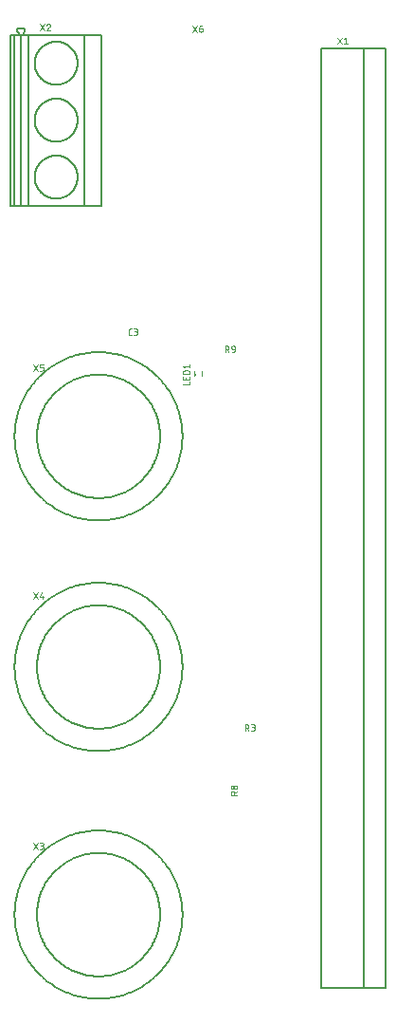
<source format=gbr>
G04 EAGLE Gerber RS-274X export*
G75*
%MOMM*%
%FSLAX34Y34*%
%LPD*%
%INSilkscreen Top*%
%IPPOS*%
%AMOC8*
5,1,8,0,0,1.08239X$1,22.5*%
G01*
%ADD10C,0.050800*%
%ADD11C,0.101600*%
%ADD12R,0.225000X0.250000*%
%ADD13C,0.200000*%
%ADD14C,0.203200*%
%ADD15C,0.127000*%
%ADD16C,0.152400*%


D10*
X115768Y606044D02*
X114526Y606044D01*
X114456Y606046D01*
X114387Y606052D01*
X114318Y606062D01*
X114250Y606075D01*
X114182Y606093D01*
X114116Y606114D01*
X114051Y606139D01*
X113987Y606167D01*
X113925Y606199D01*
X113865Y606234D01*
X113807Y606273D01*
X113752Y606315D01*
X113698Y606360D01*
X113648Y606408D01*
X113600Y606458D01*
X113555Y606512D01*
X113513Y606567D01*
X113474Y606625D01*
X113439Y606685D01*
X113407Y606747D01*
X113379Y606811D01*
X113354Y606876D01*
X113333Y606942D01*
X113315Y607010D01*
X113302Y607078D01*
X113292Y607147D01*
X113286Y607216D01*
X113284Y607286D01*
X113284Y610390D01*
X113286Y610460D01*
X113292Y610529D01*
X113302Y610598D01*
X113315Y610666D01*
X113333Y610734D01*
X113354Y610800D01*
X113379Y610865D01*
X113407Y610929D01*
X113439Y610991D01*
X113474Y611051D01*
X113513Y611109D01*
X113555Y611164D01*
X113600Y611218D01*
X113648Y611268D01*
X113698Y611316D01*
X113752Y611361D01*
X113807Y611403D01*
X113865Y611442D01*
X113925Y611477D01*
X113987Y611509D01*
X114051Y611537D01*
X114116Y611562D01*
X114182Y611583D01*
X114250Y611601D01*
X114318Y611614D01*
X114387Y611624D01*
X114456Y611630D01*
X114526Y611632D01*
X115768Y611632D01*
X117872Y606044D02*
X119424Y606044D01*
X119501Y606046D01*
X119579Y606052D01*
X119655Y606061D01*
X119732Y606075D01*
X119807Y606092D01*
X119881Y606113D01*
X119955Y606138D01*
X120027Y606166D01*
X120097Y606198D01*
X120166Y606233D01*
X120233Y606272D01*
X120298Y606314D01*
X120361Y606359D01*
X120422Y606407D01*
X120480Y606458D01*
X120535Y606512D01*
X120588Y606569D01*
X120637Y606628D01*
X120684Y606690D01*
X120728Y606754D01*
X120768Y606820D01*
X120805Y606888D01*
X120839Y606958D01*
X120869Y607029D01*
X120895Y607102D01*
X120918Y607176D01*
X120937Y607251D01*
X120952Y607326D01*
X120964Y607403D01*
X120972Y607480D01*
X120976Y607557D01*
X120976Y607635D01*
X120972Y607712D01*
X120964Y607789D01*
X120952Y607866D01*
X120937Y607941D01*
X120918Y608016D01*
X120895Y608090D01*
X120869Y608163D01*
X120839Y608234D01*
X120805Y608304D01*
X120768Y608372D01*
X120728Y608438D01*
X120684Y608502D01*
X120637Y608564D01*
X120588Y608623D01*
X120535Y608680D01*
X120480Y608734D01*
X120422Y608785D01*
X120361Y608833D01*
X120298Y608878D01*
X120233Y608920D01*
X120166Y608959D01*
X120097Y608994D01*
X120027Y609026D01*
X119955Y609054D01*
X119881Y609079D01*
X119807Y609100D01*
X119732Y609117D01*
X119655Y609131D01*
X119579Y609140D01*
X119501Y609146D01*
X119424Y609148D01*
X119735Y611632D02*
X117872Y611632D01*
X119735Y611632D02*
X119805Y611630D01*
X119874Y611624D01*
X119943Y611614D01*
X120011Y611601D01*
X120079Y611583D01*
X120145Y611562D01*
X120210Y611537D01*
X120274Y611509D01*
X120336Y611477D01*
X120396Y611442D01*
X120454Y611403D01*
X120509Y611361D01*
X120563Y611316D01*
X120613Y611268D01*
X120661Y611218D01*
X120706Y611164D01*
X120748Y611109D01*
X120787Y611051D01*
X120822Y610991D01*
X120854Y610929D01*
X120882Y610865D01*
X120907Y610800D01*
X120928Y610734D01*
X120946Y610666D01*
X120959Y610598D01*
X120969Y610529D01*
X120975Y610460D01*
X120977Y610390D01*
X120975Y610320D01*
X120969Y610251D01*
X120959Y610182D01*
X120946Y610114D01*
X120928Y610046D01*
X120907Y609980D01*
X120882Y609915D01*
X120854Y609851D01*
X120822Y609789D01*
X120787Y609729D01*
X120748Y609671D01*
X120706Y609616D01*
X120661Y609562D01*
X120613Y609512D01*
X120563Y609464D01*
X120509Y609419D01*
X120454Y609377D01*
X120396Y609338D01*
X120336Y609303D01*
X120274Y609271D01*
X120210Y609243D01*
X120145Y609218D01*
X120079Y609197D01*
X120011Y609179D01*
X119943Y609166D01*
X119874Y609156D01*
X119805Y609150D01*
X119735Y609148D01*
X118493Y609148D01*
D11*
X171760Y573500D02*
X171760Y569500D01*
X178760Y569500D02*
X178760Y573500D01*
D12*
X172385Y570250D03*
D10*
X167546Y561754D02*
X161958Y561754D01*
X167546Y561754D02*
X167546Y564238D01*
X167546Y566509D02*
X167546Y568992D01*
X167546Y566509D02*
X161958Y566509D01*
X161958Y568992D01*
X164442Y568371D02*
X164442Y566509D01*
X161958Y571253D02*
X167546Y571253D01*
X161958Y571253D02*
X161958Y572805D01*
X161960Y572881D01*
X161965Y572957D01*
X161975Y573033D01*
X161988Y573108D01*
X162005Y573182D01*
X162025Y573256D01*
X162049Y573328D01*
X162076Y573399D01*
X162107Y573469D01*
X162141Y573537D01*
X162179Y573603D01*
X162220Y573667D01*
X162263Y573730D01*
X162310Y573790D01*
X162360Y573847D01*
X162413Y573902D01*
X162468Y573955D01*
X162525Y574005D01*
X162585Y574052D01*
X162648Y574095D01*
X162712Y574136D01*
X162778Y574174D01*
X162846Y574208D01*
X162916Y574239D01*
X162987Y574266D01*
X163060Y574290D01*
X163133Y574310D01*
X163207Y574327D01*
X163282Y574340D01*
X163358Y574350D01*
X163434Y574355D01*
X163510Y574357D01*
X165994Y574357D01*
X166070Y574355D01*
X166146Y574350D01*
X166222Y574340D01*
X166297Y574327D01*
X166371Y574310D01*
X166445Y574290D01*
X166517Y574266D01*
X166588Y574239D01*
X166658Y574208D01*
X166726Y574174D01*
X166792Y574136D01*
X166856Y574095D01*
X166919Y574052D01*
X166979Y574005D01*
X167036Y573955D01*
X167091Y573902D01*
X167144Y573847D01*
X167194Y573790D01*
X167241Y573730D01*
X167284Y573667D01*
X167325Y573603D01*
X167363Y573537D01*
X167397Y573469D01*
X167428Y573399D01*
X167455Y573328D01*
X167479Y573256D01*
X167499Y573182D01*
X167516Y573108D01*
X167529Y573033D01*
X167539Y572957D01*
X167544Y572881D01*
X167546Y572805D01*
X167546Y571253D01*
X163200Y576922D02*
X161958Y578474D01*
X167546Y578474D01*
X167546Y576922D02*
X167546Y580026D01*
X217424Y258572D02*
X217424Y252984D01*
X217424Y258572D02*
X218976Y258572D01*
X219053Y258570D01*
X219131Y258564D01*
X219207Y258555D01*
X219284Y258541D01*
X219359Y258524D01*
X219433Y258503D01*
X219507Y258478D01*
X219579Y258450D01*
X219649Y258418D01*
X219718Y258383D01*
X219785Y258344D01*
X219850Y258302D01*
X219913Y258257D01*
X219974Y258209D01*
X220032Y258158D01*
X220087Y258104D01*
X220140Y258047D01*
X220189Y257988D01*
X220236Y257926D01*
X220280Y257862D01*
X220320Y257796D01*
X220357Y257728D01*
X220391Y257658D01*
X220421Y257587D01*
X220447Y257514D01*
X220470Y257440D01*
X220489Y257365D01*
X220504Y257290D01*
X220516Y257213D01*
X220524Y257136D01*
X220528Y257059D01*
X220528Y256981D01*
X220524Y256904D01*
X220516Y256827D01*
X220504Y256750D01*
X220489Y256675D01*
X220470Y256600D01*
X220447Y256526D01*
X220421Y256453D01*
X220391Y256382D01*
X220357Y256312D01*
X220320Y256244D01*
X220280Y256178D01*
X220236Y256114D01*
X220189Y256052D01*
X220140Y255993D01*
X220087Y255936D01*
X220032Y255882D01*
X219974Y255831D01*
X219913Y255783D01*
X219850Y255738D01*
X219785Y255696D01*
X219718Y255657D01*
X219649Y255622D01*
X219579Y255590D01*
X219507Y255562D01*
X219433Y255537D01*
X219359Y255516D01*
X219284Y255499D01*
X219207Y255485D01*
X219131Y255476D01*
X219053Y255470D01*
X218976Y255468D01*
X217424Y255468D01*
X219287Y255468D02*
X220528Y252984D01*
X222874Y252984D02*
X224427Y252984D01*
X224504Y252986D01*
X224582Y252992D01*
X224658Y253001D01*
X224735Y253015D01*
X224810Y253032D01*
X224884Y253053D01*
X224958Y253078D01*
X225030Y253106D01*
X225100Y253138D01*
X225169Y253173D01*
X225236Y253212D01*
X225301Y253254D01*
X225364Y253299D01*
X225425Y253347D01*
X225483Y253398D01*
X225538Y253452D01*
X225591Y253509D01*
X225640Y253568D01*
X225687Y253630D01*
X225731Y253694D01*
X225771Y253760D01*
X225808Y253828D01*
X225842Y253898D01*
X225872Y253969D01*
X225898Y254042D01*
X225921Y254116D01*
X225940Y254191D01*
X225955Y254266D01*
X225967Y254343D01*
X225975Y254420D01*
X225979Y254497D01*
X225979Y254575D01*
X225975Y254652D01*
X225967Y254729D01*
X225955Y254806D01*
X225940Y254881D01*
X225921Y254956D01*
X225898Y255030D01*
X225872Y255103D01*
X225842Y255174D01*
X225808Y255244D01*
X225771Y255312D01*
X225731Y255378D01*
X225687Y255442D01*
X225640Y255504D01*
X225591Y255563D01*
X225538Y255620D01*
X225483Y255674D01*
X225425Y255725D01*
X225364Y255773D01*
X225301Y255818D01*
X225236Y255860D01*
X225169Y255899D01*
X225100Y255934D01*
X225030Y255966D01*
X224958Y255994D01*
X224884Y256019D01*
X224810Y256040D01*
X224735Y256057D01*
X224658Y256071D01*
X224582Y256080D01*
X224504Y256086D01*
X224427Y256088D01*
X224737Y258572D02*
X222874Y258572D01*
X224737Y258572D02*
X224807Y258570D01*
X224876Y258564D01*
X224945Y258554D01*
X225013Y258541D01*
X225081Y258523D01*
X225147Y258502D01*
X225212Y258477D01*
X225276Y258449D01*
X225338Y258417D01*
X225398Y258382D01*
X225456Y258343D01*
X225511Y258301D01*
X225565Y258256D01*
X225615Y258208D01*
X225663Y258158D01*
X225708Y258104D01*
X225750Y258049D01*
X225789Y257991D01*
X225824Y257931D01*
X225856Y257869D01*
X225884Y257805D01*
X225909Y257740D01*
X225930Y257674D01*
X225948Y257606D01*
X225961Y257538D01*
X225971Y257469D01*
X225977Y257400D01*
X225979Y257330D01*
X225977Y257260D01*
X225971Y257191D01*
X225961Y257122D01*
X225948Y257054D01*
X225930Y256986D01*
X225909Y256920D01*
X225884Y256855D01*
X225856Y256791D01*
X225824Y256729D01*
X225789Y256669D01*
X225750Y256611D01*
X225708Y256556D01*
X225663Y256502D01*
X225615Y256452D01*
X225565Y256404D01*
X225511Y256359D01*
X225456Y256317D01*
X225398Y256278D01*
X225338Y256243D01*
X225276Y256211D01*
X225212Y256183D01*
X225147Y256158D01*
X225081Y256137D01*
X225013Y256119D01*
X224945Y256106D01*
X224876Y256096D01*
X224807Y256090D01*
X224737Y256088D01*
X223495Y256088D01*
X210312Y195661D02*
X204724Y195661D01*
X204724Y197214D01*
X204726Y197291D01*
X204732Y197369D01*
X204741Y197445D01*
X204755Y197522D01*
X204772Y197597D01*
X204793Y197671D01*
X204818Y197745D01*
X204846Y197817D01*
X204878Y197887D01*
X204913Y197956D01*
X204952Y198023D01*
X204994Y198088D01*
X205039Y198151D01*
X205087Y198212D01*
X205138Y198270D01*
X205192Y198325D01*
X205249Y198378D01*
X205308Y198427D01*
X205370Y198474D01*
X205434Y198518D01*
X205500Y198558D01*
X205568Y198595D01*
X205638Y198629D01*
X205709Y198659D01*
X205782Y198685D01*
X205856Y198708D01*
X205931Y198727D01*
X206006Y198742D01*
X206083Y198754D01*
X206160Y198762D01*
X206237Y198766D01*
X206315Y198766D01*
X206392Y198762D01*
X206469Y198754D01*
X206546Y198742D01*
X206621Y198727D01*
X206696Y198708D01*
X206770Y198685D01*
X206843Y198659D01*
X206914Y198629D01*
X206984Y198595D01*
X207052Y198558D01*
X207118Y198518D01*
X207182Y198474D01*
X207244Y198427D01*
X207303Y198378D01*
X207360Y198325D01*
X207414Y198270D01*
X207465Y198212D01*
X207513Y198151D01*
X207558Y198088D01*
X207600Y198023D01*
X207639Y197956D01*
X207674Y197887D01*
X207706Y197817D01*
X207734Y197745D01*
X207759Y197671D01*
X207780Y197597D01*
X207797Y197522D01*
X207811Y197445D01*
X207820Y197369D01*
X207826Y197291D01*
X207828Y197214D01*
X207828Y195661D01*
X207828Y197524D02*
X210312Y198766D01*
X208760Y201112D02*
X208683Y201114D01*
X208605Y201120D01*
X208529Y201129D01*
X208452Y201143D01*
X208377Y201160D01*
X208303Y201181D01*
X208229Y201206D01*
X208157Y201234D01*
X208087Y201266D01*
X208018Y201301D01*
X207951Y201340D01*
X207886Y201382D01*
X207823Y201427D01*
X207762Y201475D01*
X207704Y201526D01*
X207649Y201580D01*
X207596Y201637D01*
X207547Y201696D01*
X207500Y201758D01*
X207456Y201822D01*
X207416Y201888D01*
X207379Y201956D01*
X207345Y202026D01*
X207315Y202097D01*
X207289Y202170D01*
X207266Y202244D01*
X207247Y202319D01*
X207232Y202394D01*
X207220Y202471D01*
X207212Y202548D01*
X207208Y202625D01*
X207208Y202703D01*
X207212Y202780D01*
X207220Y202857D01*
X207232Y202934D01*
X207247Y203009D01*
X207266Y203084D01*
X207289Y203158D01*
X207315Y203231D01*
X207345Y203302D01*
X207379Y203372D01*
X207416Y203440D01*
X207456Y203506D01*
X207500Y203570D01*
X207547Y203632D01*
X207596Y203691D01*
X207649Y203748D01*
X207704Y203802D01*
X207762Y203853D01*
X207823Y203901D01*
X207886Y203946D01*
X207951Y203988D01*
X208018Y204027D01*
X208087Y204062D01*
X208157Y204094D01*
X208229Y204122D01*
X208303Y204147D01*
X208377Y204168D01*
X208452Y204185D01*
X208529Y204199D01*
X208605Y204208D01*
X208683Y204214D01*
X208760Y204216D01*
X208837Y204214D01*
X208915Y204208D01*
X208991Y204199D01*
X209068Y204185D01*
X209143Y204168D01*
X209217Y204147D01*
X209291Y204122D01*
X209363Y204094D01*
X209433Y204062D01*
X209502Y204027D01*
X209569Y203988D01*
X209634Y203946D01*
X209697Y203901D01*
X209758Y203853D01*
X209816Y203802D01*
X209871Y203748D01*
X209924Y203691D01*
X209973Y203632D01*
X210020Y203570D01*
X210064Y203506D01*
X210104Y203440D01*
X210141Y203372D01*
X210175Y203302D01*
X210205Y203231D01*
X210231Y203158D01*
X210254Y203084D01*
X210273Y203009D01*
X210288Y202934D01*
X210300Y202857D01*
X210308Y202780D01*
X210312Y202703D01*
X210312Y202625D01*
X210308Y202548D01*
X210300Y202471D01*
X210288Y202394D01*
X210273Y202319D01*
X210254Y202244D01*
X210231Y202170D01*
X210205Y202097D01*
X210175Y202026D01*
X210141Y201956D01*
X210104Y201888D01*
X210064Y201822D01*
X210020Y201758D01*
X209973Y201696D01*
X209924Y201637D01*
X209871Y201580D01*
X209816Y201526D01*
X209758Y201475D01*
X209697Y201427D01*
X209634Y201382D01*
X209569Y201340D01*
X209502Y201301D01*
X209433Y201266D01*
X209363Y201234D01*
X209291Y201206D01*
X209217Y201181D01*
X209143Y201160D01*
X209068Y201143D01*
X208991Y201129D01*
X208915Y201120D01*
X208837Y201114D01*
X208760Y201112D01*
X205966Y201422D02*
X205896Y201424D01*
X205827Y201430D01*
X205758Y201440D01*
X205690Y201453D01*
X205622Y201471D01*
X205556Y201492D01*
X205491Y201517D01*
X205427Y201545D01*
X205365Y201577D01*
X205305Y201612D01*
X205247Y201651D01*
X205192Y201693D01*
X205138Y201738D01*
X205088Y201786D01*
X205040Y201836D01*
X204995Y201890D01*
X204953Y201945D01*
X204914Y202003D01*
X204879Y202063D01*
X204847Y202125D01*
X204819Y202189D01*
X204794Y202254D01*
X204773Y202320D01*
X204755Y202388D01*
X204742Y202456D01*
X204732Y202525D01*
X204726Y202594D01*
X204724Y202664D01*
X204726Y202734D01*
X204732Y202803D01*
X204742Y202872D01*
X204755Y202940D01*
X204773Y203008D01*
X204794Y203074D01*
X204819Y203139D01*
X204847Y203203D01*
X204879Y203265D01*
X204914Y203325D01*
X204953Y203383D01*
X204995Y203438D01*
X205040Y203492D01*
X205088Y203542D01*
X205138Y203590D01*
X205192Y203635D01*
X205247Y203677D01*
X205305Y203716D01*
X205365Y203751D01*
X205427Y203783D01*
X205491Y203811D01*
X205556Y203836D01*
X205622Y203857D01*
X205690Y203875D01*
X205758Y203888D01*
X205827Y203898D01*
X205896Y203904D01*
X205966Y203906D01*
X206036Y203904D01*
X206105Y203898D01*
X206174Y203888D01*
X206242Y203875D01*
X206310Y203857D01*
X206376Y203836D01*
X206441Y203811D01*
X206505Y203783D01*
X206567Y203751D01*
X206627Y203716D01*
X206685Y203677D01*
X206740Y203635D01*
X206794Y203590D01*
X206844Y203542D01*
X206892Y203492D01*
X206937Y203438D01*
X206979Y203383D01*
X207018Y203325D01*
X207053Y203265D01*
X207085Y203203D01*
X207113Y203139D01*
X207138Y203074D01*
X207159Y203008D01*
X207177Y202940D01*
X207190Y202872D01*
X207200Y202803D01*
X207206Y202734D01*
X207208Y202664D01*
X207206Y202594D01*
X207200Y202525D01*
X207190Y202456D01*
X207177Y202388D01*
X207159Y202320D01*
X207138Y202254D01*
X207113Y202189D01*
X207085Y202125D01*
X207053Y202063D01*
X207018Y202003D01*
X206979Y201945D01*
X206937Y201890D01*
X206892Y201836D01*
X206844Y201786D01*
X206794Y201738D01*
X206740Y201693D01*
X206685Y201651D01*
X206627Y201612D01*
X206567Y201577D01*
X206505Y201545D01*
X206441Y201517D01*
X206376Y201492D01*
X206310Y201471D01*
X206242Y201453D01*
X206174Y201440D01*
X206105Y201430D01*
X206036Y201424D01*
X205966Y201422D01*
X199644Y590804D02*
X199644Y596392D01*
X201196Y596392D01*
X201273Y596390D01*
X201351Y596384D01*
X201427Y596375D01*
X201504Y596361D01*
X201579Y596344D01*
X201653Y596323D01*
X201727Y596298D01*
X201799Y596270D01*
X201869Y596238D01*
X201938Y596203D01*
X202005Y596164D01*
X202070Y596122D01*
X202133Y596077D01*
X202194Y596029D01*
X202252Y595978D01*
X202307Y595924D01*
X202360Y595867D01*
X202409Y595808D01*
X202456Y595746D01*
X202500Y595682D01*
X202540Y595616D01*
X202577Y595548D01*
X202611Y595478D01*
X202641Y595407D01*
X202667Y595334D01*
X202690Y595260D01*
X202709Y595185D01*
X202724Y595110D01*
X202736Y595033D01*
X202744Y594956D01*
X202748Y594879D01*
X202748Y594801D01*
X202744Y594724D01*
X202736Y594647D01*
X202724Y594570D01*
X202709Y594495D01*
X202690Y594420D01*
X202667Y594346D01*
X202641Y594273D01*
X202611Y594202D01*
X202577Y594132D01*
X202540Y594064D01*
X202500Y593998D01*
X202456Y593934D01*
X202409Y593872D01*
X202360Y593813D01*
X202307Y593756D01*
X202252Y593702D01*
X202194Y593651D01*
X202133Y593603D01*
X202070Y593558D01*
X202005Y593516D01*
X201938Y593477D01*
X201869Y593442D01*
X201799Y593410D01*
X201727Y593382D01*
X201653Y593357D01*
X201579Y593336D01*
X201504Y593319D01*
X201427Y593305D01*
X201351Y593296D01*
X201273Y593290D01*
X201196Y593288D01*
X199644Y593288D01*
X201507Y593288D02*
X202748Y590804D01*
X206336Y593288D02*
X208199Y593288D01*
X206336Y593287D02*
X206266Y593289D01*
X206197Y593295D01*
X206128Y593305D01*
X206060Y593318D01*
X205992Y593336D01*
X205926Y593357D01*
X205861Y593382D01*
X205797Y593410D01*
X205735Y593442D01*
X205675Y593477D01*
X205617Y593516D01*
X205562Y593558D01*
X205508Y593603D01*
X205458Y593651D01*
X205410Y593701D01*
X205365Y593755D01*
X205323Y593810D01*
X205284Y593868D01*
X205249Y593928D01*
X205217Y593990D01*
X205189Y594054D01*
X205164Y594119D01*
X205143Y594185D01*
X205125Y594253D01*
X205112Y594321D01*
X205102Y594390D01*
X205096Y594459D01*
X205094Y594529D01*
X205094Y594840D01*
X205095Y594840D02*
X205097Y594917D01*
X205103Y594995D01*
X205112Y595071D01*
X205126Y595148D01*
X205143Y595223D01*
X205164Y595297D01*
X205189Y595371D01*
X205217Y595443D01*
X205249Y595513D01*
X205284Y595582D01*
X205323Y595649D01*
X205365Y595714D01*
X205410Y595777D01*
X205458Y595838D01*
X205509Y595896D01*
X205563Y595951D01*
X205620Y596004D01*
X205679Y596053D01*
X205741Y596100D01*
X205805Y596144D01*
X205871Y596184D01*
X205939Y596221D01*
X206009Y596255D01*
X206080Y596285D01*
X206153Y596311D01*
X206227Y596334D01*
X206302Y596353D01*
X206377Y596368D01*
X206454Y596380D01*
X206531Y596388D01*
X206608Y596392D01*
X206686Y596392D01*
X206763Y596388D01*
X206840Y596380D01*
X206917Y596368D01*
X206992Y596353D01*
X207067Y596334D01*
X207141Y596311D01*
X207214Y596285D01*
X207285Y596255D01*
X207355Y596221D01*
X207423Y596184D01*
X207489Y596144D01*
X207553Y596100D01*
X207615Y596053D01*
X207674Y596004D01*
X207731Y595951D01*
X207785Y595896D01*
X207836Y595838D01*
X207884Y595777D01*
X207929Y595714D01*
X207971Y595649D01*
X208010Y595582D01*
X208045Y595513D01*
X208077Y595443D01*
X208105Y595371D01*
X208130Y595297D01*
X208151Y595223D01*
X208168Y595148D01*
X208182Y595071D01*
X208191Y594995D01*
X208197Y594917D01*
X208199Y594840D01*
X208199Y593288D01*
X208197Y593190D01*
X208191Y593093D01*
X208182Y592996D01*
X208168Y592899D01*
X208151Y592803D01*
X208130Y592708D01*
X208106Y592614D01*
X208077Y592520D01*
X208045Y592428D01*
X208010Y592337D01*
X207971Y592248D01*
X207928Y592160D01*
X207882Y592074D01*
X207833Y591990D01*
X207780Y591908D01*
X207725Y591828D01*
X207666Y591750D01*
X207604Y591675D01*
X207539Y591602D01*
X207471Y591532D01*
X207401Y591464D01*
X207328Y591399D01*
X207253Y591337D01*
X207175Y591278D01*
X207095Y591223D01*
X207013Y591170D01*
X206929Y591121D01*
X206843Y591075D01*
X206755Y591032D01*
X206666Y590993D01*
X206575Y590958D01*
X206483Y590926D01*
X206389Y590897D01*
X206295Y590873D01*
X206200Y590852D01*
X206104Y590835D01*
X206007Y590821D01*
X205910Y590812D01*
X205812Y590806D01*
X205715Y590804D01*
D13*
X323850Y23368D02*
X342900Y23368D01*
X323850Y23368D02*
X285750Y23368D01*
X285750Y861568D01*
X323850Y861568D01*
X342900Y861568D01*
X342900Y23368D01*
X323850Y23368D02*
X323850Y861568D01*
D10*
X303699Y871220D02*
X299974Y865632D01*
X303699Y865632D02*
X299974Y871220D01*
X305771Y869978D02*
X307323Y871220D01*
X307323Y865632D01*
X305771Y865632D02*
X308875Y865632D01*
D14*
X7760Y873971D02*
X7760Y721571D01*
X73503Y721571D02*
X73503Y873971D01*
X28705Y873971D02*
X23781Y873971D01*
X14990Y873971D02*
X14990Y875258D01*
X19130Y875258D02*
X19130Y873971D01*
X16981Y873971D01*
X14990Y873971D01*
X20630Y877041D02*
X20630Y879671D01*
X13490Y879671D02*
X13490Y877041D01*
X19130Y873971D02*
X23781Y873971D01*
X14990Y875258D02*
X13490Y877041D01*
X13490Y879671D02*
X20630Y879671D01*
X68673Y873971D02*
X73503Y873971D01*
X68673Y873971D02*
X28705Y873971D01*
X20630Y877041D02*
X19130Y875258D01*
X23781Y873971D02*
X23781Y721571D01*
X28705Y721571D01*
X16981Y721571D02*
X16981Y873971D01*
X16981Y721571D02*
X23781Y721571D01*
X28705Y721571D02*
X68673Y721571D01*
X73503Y721571D01*
X88760Y721571D01*
X14990Y873971D02*
X10760Y873971D01*
X10760Y721571D02*
X16981Y721571D01*
X88760Y721571D02*
X88760Y873971D01*
X73503Y873971D01*
X10760Y873971D02*
X10760Y721571D01*
X10760Y873971D02*
X7760Y873971D01*
X7760Y721571D02*
X10760Y721571D01*
X29360Y848571D02*
X29366Y849041D01*
X29383Y849511D01*
X29412Y849980D01*
X29452Y850448D01*
X29504Y850915D01*
X29567Y851381D01*
X29642Y851845D01*
X29728Y852307D01*
X29825Y852767D01*
X29934Y853224D01*
X30054Y853679D01*
X30185Y854130D01*
X30327Y854578D01*
X30479Y855022D01*
X30643Y855463D01*
X30818Y855899D01*
X31003Y856331D01*
X31199Y856759D01*
X31405Y857181D01*
X31621Y857598D01*
X31848Y858010D01*
X32084Y858416D01*
X32331Y858816D01*
X32587Y859210D01*
X32853Y859598D01*
X33129Y859979D01*
X33413Y860353D01*
X33707Y860720D01*
X34009Y861079D01*
X34321Y861431D01*
X34641Y861776D01*
X34969Y862112D01*
X35305Y862440D01*
X35650Y862760D01*
X36002Y863072D01*
X36361Y863374D01*
X36728Y863668D01*
X37102Y863952D01*
X37483Y864228D01*
X37871Y864494D01*
X38265Y864750D01*
X38665Y864997D01*
X39071Y865233D01*
X39483Y865460D01*
X39900Y865676D01*
X40322Y865882D01*
X40750Y866078D01*
X41182Y866263D01*
X41618Y866438D01*
X42059Y866602D01*
X42503Y866754D01*
X42951Y866896D01*
X43402Y867027D01*
X43857Y867147D01*
X44314Y867256D01*
X44774Y867353D01*
X45236Y867439D01*
X45700Y867514D01*
X46166Y867577D01*
X46633Y867629D01*
X47101Y867669D01*
X47570Y867698D01*
X48040Y867715D01*
X48510Y867721D01*
X48980Y867715D01*
X49450Y867698D01*
X49919Y867669D01*
X50387Y867629D01*
X50854Y867577D01*
X51320Y867514D01*
X51784Y867439D01*
X52246Y867353D01*
X52706Y867256D01*
X53163Y867147D01*
X53618Y867027D01*
X54069Y866896D01*
X54517Y866754D01*
X54961Y866602D01*
X55402Y866438D01*
X55838Y866263D01*
X56270Y866078D01*
X56698Y865882D01*
X57120Y865676D01*
X57537Y865460D01*
X57949Y865233D01*
X58355Y864997D01*
X58755Y864750D01*
X59149Y864494D01*
X59537Y864228D01*
X59918Y863952D01*
X60292Y863668D01*
X60659Y863374D01*
X61018Y863072D01*
X61370Y862760D01*
X61715Y862440D01*
X62051Y862112D01*
X62379Y861776D01*
X62699Y861431D01*
X63011Y861079D01*
X63313Y860720D01*
X63607Y860353D01*
X63891Y859979D01*
X64167Y859598D01*
X64433Y859210D01*
X64689Y858816D01*
X64936Y858416D01*
X65172Y858010D01*
X65399Y857598D01*
X65615Y857181D01*
X65821Y856759D01*
X66017Y856331D01*
X66202Y855899D01*
X66377Y855463D01*
X66541Y855022D01*
X66693Y854578D01*
X66835Y854130D01*
X66966Y853679D01*
X67086Y853224D01*
X67195Y852767D01*
X67292Y852307D01*
X67378Y851845D01*
X67453Y851381D01*
X67516Y850915D01*
X67568Y850448D01*
X67608Y849980D01*
X67637Y849511D01*
X67654Y849041D01*
X67660Y848571D01*
X67654Y848101D01*
X67637Y847631D01*
X67608Y847162D01*
X67568Y846694D01*
X67516Y846227D01*
X67453Y845761D01*
X67378Y845297D01*
X67292Y844835D01*
X67195Y844375D01*
X67086Y843918D01*
X66966Y843463D01*
X66835Y843012D01*
X66693Y842564D01*
X66541Y842120D01*
X66377Y841679D01*
X66202Y841243D01*
X66017Y840811D01*
X65821Y840383D01*
X65615Y839961D01*
X65399Y839544D01*
X65172Y839132D01*
X64936Y838726D01*
X64689Y838326D01*
X64433Y837932D01*
X64167Y837544D01*
X63891Y837163D01*
X63607Y836789D01*
X63313Y836422D01*
X63011Y836063D01*
X62699Y835711D01*
X62379Y835366D01*
X62051Y835030D01*
X61715Y834702D01*
X61370Y834382D01*
X61018Y834070D01*
X60659Y833768D01*
X60292Y833474D01*
X59918Y833190D01*
X59537Y832914D01*
X59149Y832648D01*
X58755Y832392D01*
X58355Y832145D01*
X57949Y831909D01*
X57537Y831682D01*
X57120Y831466D01*
X56698Y831260D01*
X56270Y831064D01*
X55838Y830879D01*
X55402Y830704D01*
X54961Y830540D01*
X54517Y830388D01*
X54069Y830246D01*
X53618Y830115D01*
X53163Y829995D01*
X52706Y829886D01*
X52246Y829789D01*
X51784Y829703D01*
X51320Y829628D01*
X50854Y829565D01*
X50387Y829513D01*
X49919Y829473D01*
X49450Y829444D01*
X48980Y829427D01*
X48510Y829421D01*
X48040Y829427D01*
X47570Y829444D01*
X47101Y829473D01*
X46633Y829513D01*
X46166Y829565D01*
X45700Y829628D01*
X45236Y829703D01*
X44774Y829789D01*
X44314Y829886D01*
X43857Y829995D01*
X43402Y830115D01*
X42951Y830246D01*
X42503Y830388D01*
X42059Y830540D01*
X41618Y830704D01*
X41182Y830879D01*
X40750Y831064D01*
X40322Y831260D01*
X39900Y831466D01*
X39483Y831682D01*
X39071Y831909D01*
X38665Y832145D01*
X38265Y832392D01*
X37871Y832648D01*
X37483Y832914D01*
X37102Y833190D01*
X36728Y833474D01*
X36361Y833768D01*
X36002Y834070D01*
X35650Y834382D01*
X35305Y834702D01*
X34969Y835030D01*
X34641Y835366D01*
X34321Y835711D01*
X34009Y836063D01*
X33707Y836422D01*
X33413Y836789D01*
X33129Y837163D01*
X32853Y837544D01*
X32587Y837932D01*
X32331Y838326D01*
X32084Y838726D01*
X31848Y839132D01*
X31621Y839544D01*
X31405Y839961D01*
X31199Y840383D01*
X31003Y840811D01*
X30818Y841243D01*
X30643Y841679D01*
X30479Y842120D01*
X30327Y842564D01*
X30185Y843012D01*
X30054Y843463D01*
X29934Y843918D01*
X29825Y844375D01*
X29728Y844835D01*
X29642Y845297D01*
X29567Y845761D01*
X29504Y846227D01*
X29452Y846694D01*
X29412Y847162D01*
X29383Y847631D01*
X29366Y848101D01*
X29360Y848571D01*
X29360Y797771D02*
X29366Y798241D01*
X29383Y798711D01*
X29412Y799180D01*
X29452Y799648D01*
X29504Y800115D01*
X29567Y800581D01*
X29642Y801045D01*
X29728Y801507D01*
X29825Y801967D01*
X29934Y802424D01*
X30054Y802879D01*
X30185Y803330D01*
X30327Y803778D01*
X30479Y804222D01*
X30643Y804663D01*
X30818Y805099D01*
X31003Y805531D01*
X31199Y805959D01*
X31405Y806381D01*
X31621Y806798D01*
X31848Y807210D01*
X32084Y807616D01*
X32331Y808016D01*
X32587Y808410D01*
X32853Y808798D01*
X33129Y809179D01*
X33413Y809553D01*
X33707Y809920D01*
X34009Y810279D01*
X34321Y810631D01*
X34641Y810976D01*
X34969Y811312D01*
X35305Y811640D01*
X35650Y811960D01*
X36002Y812272D01*
X36361Y812574D01*
X36728Y812868D01*
X37102Y813152D01*
X37483Y813428D01*
X37871Y813694D01*
X38265Y813950D01*
X38665Y814197D01*
X39071Y814433D01*
X39483Y814660D01*
X39900Y814876D01*
X40322Y815082D01*
X40750Y815278D01*
X41182Y815463D01*
X41618Y815638D01*
X42059Y815802D01*
X42503Y815954D01*
X42951Y816096D01*
X43402Y816227D01*
X43857Y816347D01*
X44314Y816456D01*
X44774Y816553D01*
X45236Y816639D01*
X45700Y816714D01*
X46166Y816777D01*
X46633Y816829D01*
X47101Y816869D01*
X47570Y816898D01*
X48040Y816915D01*
X48510Y816921D01*
X48980Y816915D01*
X49450Y816898D01*
X49919Y816869D01*
X50387Y816829D01*
X50854Y816777D01*
X51320Y816714D01*
X51784Y816639D01*
X52246Y816553D01*
X52706Y816456D01*
X53163Y816347D01*
X53618Y816227D01*
X54069Y816096D01*
X54517Y815954D01*
X54961Y815802D01*
X55402Y815638D01*
X55838Y815463D01*
X56270Y815278D01*
X56698Y815082D01*
X57120Y814876D01*
X57537Y814660D01*
X57949Y814433D01*
X58355Y814197D01*
X58755Y813950D01*
X59149Y813694D01*
X59537Y813428D01*
X59918Y813152D01*
X60292Y812868D01*
X60659Y812574D01*
X61018Y812272D01*
X61370Y811960D01*
X61715Y811640D01*
X62051Y811312D01*
X62379Y810976D01*
X62699Y810631D01*
X63011Y810279D01*
X63313Y809920D01*
X63607Y809553D01*
X63891Y809179D01*
X64167Y808798D01*
X64433Y808410D01*
X64689Y808016D01*
X64936Y807616D01*
X65172Y807210D01*
X65399Y806798D01*
X65615Y806381D01*
X65821Y805959D01*
X66017Y805531D01*
X66202Y805099D01*
X66377Y804663D01*
X66541Y804222D01*
X66693Y803778D01*
X66835Y803330D01*
X66966Y802879D01*
X67086Y802424D01*
X67195Y801967D01*
X67292Y801507D01*
X67378Y801045D01*
X67453Y800581D01*
X67516Y800115D01*
X67568Y799648D01*
X67608Y799180D01*
X67637Y798711D01*
X67654Y798241D01*
X67660Y797771D01*
X67654Y797301D01*
X67637Y796831D01*
X67608Y796362D01*
X67568Y795894D01*
X67516Y795427D01*
X67453Y794961D01*
X67378Y794497D01*
X67292Y794035D01*
X67195Y793575D01*
X67086Y793118D01*
X66966Y792663D01*
X66835Y792212D01*
X66693Y791764D01*
X66541Y791320D01*
X66377Y790879D01*
X66202Y790443D01*
X66017Y790011D01*
X65821Y789583D01*
X65615Y789161D01*
X65399Y788744D01*
X65172Y788332D01*
X64936Y787926D01*
X64689Y787526D01*
X64433Y787132D01*
X64167Y786744D01*
X63891Y786363D01*
X63607Y785989D01*
X63313Y785622D01*
X63011Y785263D01*
X62699Y784911D01*
X62379Y784566D01*
X62051Y784230D01*
X61715Y783902D01*
X61370Y783582D01*
X61018Y783270D01*
X60659Y782968D01*
X60292Y782674D01*
X59918Y782390D01*
X59537Y782114D01*
X59149Y781848D01*
X58755Y781592D01*
X58355Y781345D01*
X57949Y781109D01*
X57537Y780882D01*
X57120Y780666D01*
X56698Y780460D01*
X56270Y780264D01*
X55838Y780079D01*
X55402Y779904D01*
X54961Y779740D01*
X54517Y779588D01*
X54069Y779446D01*
X53618Y779315D01*
X53163Y779195D01*
X52706Y779086D01*
X52246Y778989D01*
X51784Y778903D01*
X51320Y778828D01*
X50854Y778765D01*
X50387Y778713D01*
X49919Y778673D01*
X49450Y778644D01*
X48980Y778627D01*
X48510Y778621D01*
X48040Y778627D01*
X47570Y778644D01*
X47101Y778673D01*
X46633Y778713D01*
X46166Y778765D01*
X45700Y778828D01*
X45236Y778903D01*
X44774Y778989D01*
X44314Y779086D01*
X43857Y779195D01*
X43402Y779315D01*
X42951Y779446D01*
X42503Y779588D01*
X42059Y779740D01*
X41618Y779904D01*
X41182Y780079D01*
X40750Y780264D01*
X40322Y780460D01*
X39900Y780666D01*
X39483Y780882D01*
X39071Y781109D01*
X38665Y781345D01*
X38265Y781592D01*
X37871Y781848D01*
X37483Y782114D01*
X37102Y782390D01*
X36728Y782674D01*
X36361Y782968D01*
X36002Y783270D01*
X35650Y783582D01*
X35305Y783902D01*
X34969Y784230D01*
X34641Y784566D01*
X34321Y784911D01*
X34009Y785263D01*
X33707Y785622D01*
X33413Y785989D01*
X33129Y786363D01*
X32853Y786744D01*
X32587Y787132D01*
X32331Y787526D01*
X32084Y787926D01*
X31848Y788332D01*
X31621Y788744D01*
X31405Y789161D01*
X31199Y789583D01*
X31003Y790011D01*
X30818Y790443D01*
X30643Y790879D01*
X30479Y791320D01*
X30327Y791764D01*
X30185Y792212D01*
X30054Y792663D01*
X29934Y793118D01*
X29825Y793575D01*
X29728Y794035D01*
X29642Y794497D01*
X29567Y794961D01*
X29504Y795427D01*
X29452Y795894D01*
X29412Y796362D01*
X29383Y796831D01*
X29366Y797301D01*
X29360Y797771D01*
X29360Y746971D02*
X29366Y747441D01*
X29383Y747911D01*
X29412Y748380D01*
X29452Y748848D01*
X29504Y749315D01*
X29567Y749781D01*
X29642Y750245D01*
X29728Y750707D01*
X29825Y751167D01*
X29934Y751624D01*
X30054Y752079D01*
X30185Y752530D01*
X30327Y752978D01*
X30479Y753422D01*
X30643Y753863D01*
X30818Y754299D01*
X31003Y754731D01*
X31199Y755159D01*
X31405Y755581D01*
X31621Y755998D01*
X31848Y756410D01*
X32084Y756816D01*
X32331Y757216D01*
X32587Y757610D01*
X32853Y757998D01*
X33129Y758379D01*
X33413Y758753D01*
X33707Y759120D01*
X34009Y759479D01*
X34321Y759831D01*
X34641Y760176D01*
X34969Y760512D01*
X35305Y760840D01*
X35650Y761160D01*
X36002Y761472D01*
X36361Y761774D01*
X36728Y762068D01*
X37102Y762352D01*
X37483Y762628D01*
X37871Y762894D01*
X38265Y763150D01*
X38665Y763397D01*
X39071Y763633D01*
X39483Y763860D01*
X39900Y764076D01*
X40322Y764282D01*
X40750Y764478D01*
X41182Y764663D01*
X41618Y764838D01*
X42059Y765002D01*
X42503Y765154D01*
X42951Y765296D01*
X43402Y765427D01*
X43857Y765547D01*
X44314Y765656D01*
X44774Y765753D01*
X45236Y765839D01*
X45700Y765914D01*
X46166Y765977D01*
X46633Y766029D01*
X47101Y766069D01*
X47570Y766098D01*
X48040Y766115D01*
X48510Y766121D01*
X48980Y766115D01*
X49450Y766098D01*
X49919Y766069D01*
X50387Y766029D01*
X50854Y765977D01*
X51320Y765914D01*
X51784Y765839D01*
X52246Y765753D01*
X52706Y765656D01*
X53163Y765547D01*
X53618Y765427D01*
X54069Y765296D01*
X54517Y765154D01*
X54961Y765002D01*
X55402Y764838D01*
X55838Y764663D01*
X56270Y764478D01*
X56698Y764282D01*
X57120Y764076D01*
X57537Y763860D01*
X57949Y763633D01*
X58355Y763397D01*
X58755Y763150D01*
X59149Y762894D01*
X59537Y762628D01*
X59918Y762352D01*
X60292Y762068D01*
X60659Y761774D01*
X61018Y761472D01*
X61370Y761160D01*
X61715Y760840D01*
X62051Y760512D01*
X62379Y760176D01*
X62699Y759831D01*
X63011Y759479D01*
X63313Y759120D01*
X63607Y758753D01*
X63891Y758379D01*
X64167Y757998D01*
X64433Y757610D01*
X64689Y757216D01*
X64936Y756816D01*
X65172Y756410D01*
X65399Y755998D01*
X65615Y755581D01*
X65821Y755159D01*
X66017Y754731D01*
X66202Y754299D01*
X66377Y753863D01*
X66541Y753422D01*
X66693Y752978D01*
X66835Y752530D01*
X66966Y752079D01*
X67086Y751624D01*
X67195Y751167D01*
X67292Y750707D01*
X67378Y750245D01*
X67453Y749781D01*
X67516Y749315D01*
X67568Y748848D01*
X67608Y748380D01*
X67637Y747911D01*
X67654Y747441D01*
X67660Y746971D01*
X67654Y746501D01*
X67637Y746031D01*
X67608Y745562D01*
X67568Y745094D01*
X67516Y744627D01*
X67453Y744161D01*
X67378Y743697D01*
X67292Y743235D01*
X67195Y742775D01*
X67086Y742318D01*
X66966Y741863D01*
X66835Y741412D01*
X66693Y740964D01*
X66541Y740520D01*
X66377Y740079D01*
X66202Y739643D01*
X66017Y739211D01*
X65821Y738783D01*
X65615Y738361D01*
X65399Y737944D01*
X65172Y737532D01*
X64936Y737126D01*
X64689Y736726D01*
X64433Y736332D01*
X64167Y735944D01*
X63891Y735563D01*
X63607Y735189D01*
X63313Y734822D01*
X63011Y734463D01*
X62699Y734111D01*
X62379Y733766D01*
X62051Y733430D01*
X61715Y733102D01*
X61370Y732782D01*
X61018Y732470D01*
X60659Y732168D01*
X60292Y731874D01*
X59918Y731590D01*
X59537Y731314D01*
X59149Y731048D01*
X58755Y730792D01*
X58355Y730545D01*
X57949Y730309D01*
X57537Y730082D01*
X57120Y729866D01*
X56698Y729660D01*
X56270Y729464D01*
X55838Y729279D01*
X55402Y729104D01*
X54961Y728940D01*
X54517Y728788D01*
X54069Y728646D01*
X53618Y728515D01*
X53163Y728395D01*
X52706Y728286D01*
X52246Y728189D01*
X51784Y728103D01*
X51320Y728028D01*
X50854Y727965D01*
X50387Y727913D01*
X49919Y727873D01*
X49450Y727844D01*
X48980Y727827D01*
X48510Y727821D01*
X48040Y727827D01*
X47570Y727844D01*
X47101Y727873D01*
X46633Y727913D01*
X46166Y727965D01*
X45700Y728028D01*
X45236Y728103D01*
X44774Y728189D01*
X44314Y728286D01*
X43857Y728395D01*
X43402Y728515D01*
X42951Y728646D01*
X42503Y728788D01*
X42059Y728940D01*
X41618Y729104D01*
X41182Y729279D01*
X40750Y729464D01*
X40322Y729660D01*
X39900Y729866D01*
X39483Y730082D01*
X39071Y730309D01*
X38665Y730545D01*
X38265Y730792D01*
X37871Y731048D01*
X37483Y731314D01*
X37102Y731590D01*
X36728Y731874D01*
X36361Y732168D01*
X36002Y732470D01*
X35650Y732782D01*
X35305Y733102D01*
X34969Y733430D01*
X34641Y733766D01*
X34321Y734111D01*
X34009Y734463D01*
X33707Y734822D01*
X33413Y735189D01*
X33129Y735563D01*
X32853Y735944D01*
X32587Y736332D01*
X32331Y736726D01*
X32084Y737126D01*
X31848Y737532D01*
X31621Y737944D01*
X31405Y738361D01*
X31199Y738783D01*
X31003Y739211D01*
X30818Y739643D01*
X30643Y740079D01*
X30479Y740520D01*
X30327Y740964D01*
X30185Y741412D01*
X30054Y741863D01*
X29934Y742318D01*
X29825Y742775D01*
X29728Y743235D01*
X29642Y743697D01*
X29567Y744161D01*
X29504Y744627D01*
X29452Y745094D01*
X29412Y745562D01*
X29383Y746031D01*
X29366Y746501D01*
X29360Y746971D01*
D10*
X34023Y877824D02*
X37748Y883412D01*
X34023Y883412D02*
X37748Y877824D01*
X42924Y882015D02*
X42922Y882088D01*
X42916Y882161D01*
X42907Y882234D01*
X42893Y882305D01*
X42876Y882377D01*
X42856Y882447D01*
X42831Y882516D01*
X42803Y882583D01*
X42772Y882649D01*
X42737Y882714D01*
X42699Y882776D01*
X42657Y882836D01*
X42613Y882894D01*
X42565Y882950D01*
X42515Y883003D01*
X42462Y883053D01*
X42406Y883101D01*
X42348Y883145D01*
X42288Y883187D01*
X42226Y883225D01*
X42161Y883260D01*
X42095Y883291D01*
X42028Y883319D01*
X41959Y883344D01*
X41889Y883364D01*
X41817Y883381D01*
X41746Y883395D01*
X41673Y883404D01*
X41600Y883410D01*
X41527Y883412D01*
X41443Y883410D01*
X41360Y883404D01*
X41277Y883395D01*
X41195Y883381D01*
X41113Y883364D01*
X41032Y883342D01*
X40952Y883317D01*
X40874Y883289D01*
X40796Y883257D01*
X40721Y883221D01*
X40647Y883182D01*
X40575Y883139D01*
X40505Y883093D01*
X40438Y883044D01*
X40372Y882991D01*
X40310Y882936D01*
X40250Y882878D01*
X40192Y882817D01*
X40138Y882754D01*
X40086Y882688D01*
X40038Y882620D01*
X39993Y882549D01*
X39951Y882477D01*
X39913Y882402D01*
X39878Y882326D01*
X39847Y882249D01*
X39819Y882170D01*
X42458Y880929D02*
X42512Y880982D01*
X42563Y881039D01*
X42611Y881098D01*
X42656Y881159D01*
X42697Y881222D01*
X42736Y881288D01*
X42771Y881355D01*
X42803Y881424D01*
X42831Y881495D01*
X42855Y881566D01*
X42876Y881639D01*
X42893Y881713D01*
X42907Y881788D01*
X42916Y881863D01*
X42922Y881939D01*
X42924Y882015D01*
X42459Y880928D02*
X39820Y877824D01*
X42924Y877824D01*
D15*
X31360Y88900D02*
X31377Y90250D01*
X31426Y91599D01*
X31509Y92946D01*
X31625Y94291D01*
X31774Y95633D01*
X31955Y96970D01*
X32170Y98303D01*
X32417Y99630D01*
X32696Y100951D01*
X33008Y102264D01*
X33352Y103569D01*
X33728Y104866D01*
X34136Y106152D01*
X34575Y107429D01*
X35045Y108694D01*
X35547Y109948D01*
X36078Y111188D01*
X36641Y112416D01*
X37233Y113629D01*
X37854Y114827D01*
X38505Y116009D01*
X39185Y117176D01*
X39893Y118325D01*
X40629Y119456D01*
X41393Y120569D01*
X42184Y121663D01*
X43001Y122738D01*
X43844Y123792D01*
X44714Y124825D01*
X45608Y125836D01*
X46526Y126825D01*
X47469Y127791D01*
X48435Y128734D01*
X49424Y129652D01*
X50435Y130546D01*
X51468Y131416D01*
X52522Y132259D01*
X53597Y133076D01*
X54691Y133867D01*
X55804Y134631D01*
X56935Y135367D01*
X58084Y136075D01*
X59251Y136755D01*
X60433Y137406D01*
X61631Y138027D01*
X62844Y138619D01*
X64072Y139182D01*
X65312Y139713D01*
X66566Y140215D01*
X67831Y140685D01*
X69108Y141124D01*
X70394Y141532D01*
X71691Y141908D01*
X72996Y142252D01*
X74309Y142564D01*
X75630Y142843D01*
X76957Y143090D01*
X78290Y143305D01*
X79627Y143486D01*
X80969Y143635D01*
X82314Y143751D01*
X83661Y143834D01*
X85010Y143883D01*
X86360Y143900D01*
X87710Y143883D01*
X89059Y143834D01*
X90406Y143751D01*
X91751Y143635D01*
X93093Y143486D01*
X94430Y143305D01*
X95763Y143090D01*
X97090Y142843D01*
X98411Y142564D01*
X99724Y142252D01*
X101029Y141908D01*
X102326Y141532D01*
X103612Y141124D01*
X104889Y140685D01*
X106154Y140215D01*
X107408Y139713D01*
X108648Y139182D01*
X109876Y138619D01*
X111089Y138027D01*
X112287Y137406D01*
X113469Y136755D01*
X114636Y136075D01*
X115785Y135367D01*
X116916Y134631D01*
X118029Y133867D01*
X119123Y133076D01*
X120198Y132259D01*
X121252Y131416D01*
X122285Y130546D01*
X123296Y129652D01*
X124285Y128734D01*
X125251Y127791D01*
X126194Y126825D01*
X127112Y125836D01*
X128006Y124825D01*
X128876Y123792D01*
X129719Y122738D01*
X130536Y121663D01*
X131327Y120569D01*
X132091Y119456D01*
X132827Y118325D01*
X133535Y117176D01*
X134215Y116009D01*
X134866Y114827D01*
X135487Y113629D01*
X136079Y112416D01*
X136642Y111188D01*
X137173Y109948D01*
X137675Y108694D01*
X138145Y107429D01*
X138584Y106152D01*
X138992Y104866D01*
X139368Y103569D01*
X139712Y102264D01*
X140024Y100951D01*
X140303Y99630D01*
X140550Y98303D01*
X140765Y96970D01*
X140946Y95633D01*
X141095Y94291D01*
X141211Y92946D01*
X141294Y91599D01*
X141343Y90250D01*
X141360Y88900D01*
X141343Y87550D01*
X141294Y86201D01*
X141211Y84854D01*
X141095Y83509D01*
X140946Y82167D01*
X140765Y80830D01*
X140550Y79497D01*
X140303Y78170D01*
X140024Y76849D01*
X139712Y75536D01*
X139368Y74231D01*
X138992Y72934D01*
X138584Y71648D01*
X138145Y70371D01*
X137675Y69106D01*
X137173Y67852D01*
X136642Y66612D01*
X136079Y65384D01*
X135487Y64171D01*
X134866Y62973D01*
X134215Y61791D01*
X133535Y60624D01*
X132827Y59475D01*
X132091Y58344D01*
X131327Y57231D01*
X130536Y56137D01*
X129719Y55062D01*
X128876Y54008D01*
X128006Y52975D01*
X127112Y51964D01*
X126194Y50975D01*
X125251Y50009D01*
X124285Y49066D01*
X123296Y48148D01*
X122285Y47254D01*
X121252Y46384D01*
X120198Y45541D01*
X119123Y44724D01*
X118029Y43933D01*
X116916Y43169D01*
X115785Y42433D01*
X114636Y41725D01*
X113469Y41045D01*
X112287Y40394D01*
X111089Y39773D01*
X109876Y39181D01*
X108648Y38618D01*
X107408Y38087D01*
X106154Y37585D01*
X104889Y37115D01*
X103612Y36676D01*
X102326Y36268D01*
X101029Y35892D01*
X99724Y35548D01*
X98411Y35236D01*
X97090Y34957D01*
X95763Y34710D01*
X94430Y34495D01*
X93093Y34314D01*
X91751Y34165D01*
X90406Y34049D01*
X89059Y33966D01*
X87710Y33917D01*
X86360Y33900D01*
X85010Y33917D01*
X83661Y33966D01*
X82314Y34049D01*
X80969Y34165D01*
X79627Y34314D01*
X78290Y34495D01*
X76957Y34710D01*
X75630Y34957D01*
X74309Y35236D01*
X72996Y35548D01*
X71691Y35892D01*
X70394Y36268D01*
X69108Y36676D01*
X67831Y37115D01*
X66566Y37585D01*
X65312Y38087D01*
X64072Y38618D01*
X62844Y39181D01*
X61631Y39773D01*
X60433Y40394D01*
X59251Y41045D01*
X58084Y41725D01*
X56935Y42433D01*
X55804Y43169D01*
X54691Y43933D01*
X53597Y44724D01*
X52522Y45541D01*
X51468Y46384D01*
X50435Y47254D01*
X49424Y48148D01*
X48435Y49066D01*
X47469Y50009D01*
X46526Y50975D01*
X45608Y51964D01*
X44714Y52975D01*
X43844Y54008D01*
X43001Y55062D01*
X42184Y56137D01*
X41393Y57231D01*
X40629Y58344D01*
X39893Y59475D01*
X39185Y60624D01*
X38505Y61791D01*
X37854Y62973D01*
X37233Y64171D01*
X36641Y65384D01*
X36078Y66612D01*
X35547Y67852D01*
X35045Y69106D01*
X34575Y70371D01*
X34136Y71648D01*
X33728Y72934D01*
X33352Y74231D01*
X33008Y75536D01*
X32696Y76849D01*
X32417Y78170D01*
X32170Y79497D01*
X31955Y80830D01*
X31774Y82167D01*
X31625Y83509D01*
X31509Y84854D01*
X31426Y86201D01*
X31377Y87550D01*
X31360Y88900D01*
D16*
X11360Y88900D02*
X11383Y90741D01*
X11450Y92580D01*
X11563Y94417D01*
X11721Y96251D01*
X11924Y98081D01*
X12172Y99905D01*
X12464Y101722D01*
X12801Y103532D01*
X13182Y105333D01*
X13608Y107124D01*
X14077Y108903D01*
X14589Y110671D01*
X15145Y112426D01*
X15744Y114167D01*
X16386Y115892D01*
X17069Y117601D01*
X17794Y119293D01*
X18561Y120967D01*
X19368Y122621D01*
X20216Y124255D01*
X21103Y125867D01*
X22030Y127458D01*
X22996Y129025D01*
X24000Y130568D01*
X25041Y132086D01*
X26119Y133577D01*
X27234Y135042D01*
X28384Y136479D01*
X29569Y137888D01*
X30789Y139267D01*
X32041Y140616D01*
X33327Y141933D01*
X34644Y143219D01*
X35993Y144471D01*
X37372Y145691D01*
X38781Y146876D01*
X40218Y148026D01*
X41683Y149141D01*
X43174Y150219D01*
X44692Y151260D01*
X46235Y152264D01*
X47802Y153230D01*
X49393Y154157D01*
X51005Y155044D01*
X52639Y155892D01*
X54293Y156699D01*
X55967Y157466D01*
X57659Y158191D01*
X59368Y158874D01*
X61093Y159516D01*
X62834Y160115D01*
X64589Y160671D01*
X66357Y161183D01*
X68136Y161652D01*
X69927Y162078D01*
X71728Y162459D01*
X73538Y162796D01*
X75355Y163088D01*
X77179Y163336D01*
X79009Y163539D01*
X80843Y163697D01*
X82680Y163810D01*
X84519Y163877D01*
X86360Y163900D01*
X88201Y163877D01*
X90040Y163810D01*
X91877Y163697D01*
X93711Y163539D01*
X95541Y163336D01*
X97365Y163088D01*
X99182Y162796D01*
X100992Y162459D01*
X102793Y162078D01*
X104584Y161652D01*
X106363Y161183D01*
X108131Y160671D01*
X109886Y160115D01*
X111627Y159516D01*
X113352Y158874D01*
X115061Y158191D01*
X116753Y157466D01*
X118427Y156699D01*
X120081Y155892D01*
X121715Y155044D01*
X123327Y154157D01*
X124918Y153230D01*
X126485Y152264D01*
X128028Y151260D01*
X129546Y150219D01*
X131037Y149141D01*
X132502Y148026D01*
X133939Y146876D01*
X135348Y145691D01*
X136727Y144471D01*
X138076Y143219D01*
X139393Y141933D01*
X140679Y140616D01*
X141931Y139267D01*
X143151Y137888D01*
X144336Y136479D01*
X145486Y135042D01*
X146601Y133577D01*
X147679Y132086D01*
X148720Y130568D01*
X149724Y129025D01*
X150690Y127458D01*
X151617Y125867D01*
X152504Y124255D01*
X153352Y122621D01*
X154159Y120967D01*
X154926Y119293D01*
X155651Y117601D01*
X156334Y115892D01*
X156976Y114167D01*
X157575Y112426D01*
X158131Y110671D01*
X158643Y108903D01*
X159112Y107124D01*
X159538Y105333D01*
X159919Y103532D01*
X160256Y101722D01*
X160548Y99905D01*
X160796Y98081D01*
X160999Y96251D01*
X161157Y94417D01*
X161270Y92580D01*
X161337Y90741D01*
X161360Y88900D01*
X161337Y87059D01*
X161270Y85220D01*
X161157Y83383D01*
X160999Y81549D01*
X160796Y79719D01*
X160548Y77895D01*
X160256Y76078D01*
X159919Y74268D01*
X159538Y72467D01*
X159112Y70676D01*
X158643Y68897D01*
X158131Y67129D01*
X157575Y65374D01*
X156976Y63633D01*
X156334Y61908D01*
X155651Y60199D01*
X154926Y58507D01*
X154159Y56833D01*
X153352Y55179D01*
X152504Y53545D01*
X151617Y51933D01*
X150690Y50342D01*
X149724Y48775D01*
X148720Y47232D01*
X147679Y45714D01*
X146601Y44223D01*
X145486Y42758D01*
X144336Y41321D01*
X143151Y39912D01*
X141931Y38533D01*
X140679Y37184D01*
X139393Y35867D01*
X138076Y34581D01*
X136727Y33329D01*
X135348Y32109D01*
X133939Y30924D01*
X132502Y29774D01*
X131037Y28659D01*
X129546Y27581D01*
X128028Y26540D01*
X126485Y25536D01*
X124918Y24570D01*
X123327Y23643D01*
X121715Y22756D01*
X120081Y21908D01*
X118427Y21101D01*
X116753Y20334D01*
X115061Y19609D01*
X113352Y18926D01*
X111627Y18284D01*
X109886Y17685D01*
X108131Y17129D01*
X106363Y16617D01*
X104584Y16148D01*
X102793Y15722D01*
X100992Y15341D01*
X99182Y15004D01*
X97365Y14712D01*
X95541Y14464D01*
X93711Y14261D01*
X91877Y14103D01*
X90040Y13990D01*
X88201Y13923D01*
X86360Y13900D01*
X84519Y13923D01*
X82680Y13990D01*
X80843Y14103D01*
X79009Y14261D01*
X77179Y14464D01*
X75355Y14712D01*
X73538Y15004D01*
X71728Y15341D01*
X69927Y15722D01*
X68136Y16148D01*
X66357Y16617D01*
X64589Y17129D01*
X62834Y17685D01*
X61093Y18284D01*
X59368Y18926D01*
X57659Y19609D01*
X55967Y20334D01*
X54293Y21101D01*
X52639Y21908D01*
X51005Y22756D01*
X49393Y23643D01*
X47802Y24570D01*
X46235Y25536D01*
X44692Y26540D01*
X43174Y27581D01*
X41683Y28659D01*
X40218Y29774D01*
X38781Y30924D01*
X37372Y32109D01*
X35993Y33329D01*
X34644Y34581D01*
X33327Y35867D01*
X32041Y37184D01*
X30789Y38533D01*
X29569Y39912D01*
X28384Y41321D01*
X27234Y42758D01*
X26119Y44223D01*
X25041Y45714D01*
X24000Y47232D01*
X22996Y48775D01*
X22030Y50342D01*
X21103Y51933D01*
X20216Y53545D01*
X19368Y55179D01*
X18561Y56833D01*
X17794Y58507D01*
X17069Y60199D01*
X16386Y61908D01*
X15744Y63633D01*
X15145Y65374D01*
X14589Y67129D01*
X14077Y68897D01*
X13608Y70676D01*
X13182Y72467D01*
X12801Y74268D01*
X12464Y76078D01*
X12172Y77895D01*
X11924Y79719D01*
X11721Y81549D01*
X11563Y83383D01*
X11450Y85220D01*
X11383Y87059D01*
X11360Y88900D01*
D10*
X28194Y147574D02*
X31919Y153162D01*
X28194Y153162D02*
X31919Y147574D01*
X33991Y147574D02*
X35543Y147574D01*
X35620Y147576D01*
X35698Y147582D01*
X35774Y147591D01*
X35851Y147605D01*
X35926Y147622D01*
X36000Y147643D01*
X36074Y147668D01*
X36146Y147696D01*
X36216Y147728D01*
X36285Y147763D01*
X36352Y147802D01*
X36417Y147844D01*
X36480Y147889D01*
X36541Y147937D01*
X36599Y147988D01*
X36654Y148042D01*
X36707Y148099D01*
X36756Y148158D01*
X36803Y148220D01*
X36847Y148284D01*
X36887Y148350D01*
X36924Y148418D01*
X36958Y148488D01*
X36988Y148559D01*
X37014Y148632D01*
X37037Y148706D01*
X37056Y148781D01*
X37071Y148856D01*
X37083Y148933D01*
X37091Y149010D01*
X37095Y149087D01*
X37095Y149165D01*
X37091Y149242D01*
X37083Y149319D01*
X37071Y149396D01*
X37056Y149471D01*
X37037Y149546D01*
X37014Y149620D01*
X36988Y149693D01*
X36958Y149764D01*
X36924Y149834D01*
X36887Y149902D01*
X36847Y149968D01*
X36803Y150032D01*
X36756Y150094D01*
X36707Y150153D01*
X36654Y150210D01*
X36599Y150264D01*
X36541Y150315D01*
X36480Y150363D01*
X36417Y150408D01*
X36352Y150450D01*
X36285Y150489D01*
X36216Y150524D01*
X36146Y150556D01*
X36074Y150584D01*
X36000Y150609D01*
X35926Y150630D01*
X35851Y150647D01*
X35774Y150661D01*
X35698Y150670D01*
X35620Y150676D01*
X35543Y150678D01*
X35853Y153162D02*
X33991Y153162D01*
X35853Y153162D02*
X35923Y153160D01*
X35992Y153154D01*
X36061Y153144D01*
X36129Y153131D01*
X36197Y153113D01*
X36263Y153092D01*
X36328Y153067D01*
X36392Y153039D01*
X36454Y153007D01*
X36514Y152972D01*
X36572Y152933D01*
X36627Y152891D01*
X36681Y152846D01*
X36731Y152798D01*
X36779Y152748D01*
X36824Y152694D01*
X36866Y152639D01*
X36905Y152581D01*
X36940Y152521D01*
X36972Y152459D01*
X37000Y152395D01*
X37025Y152330D01*
X37046Y152264D01*
X37064Y152196D01*
X37077Y152128D01*
X37087Y152059D01*
X37093Y151990D01*
X37095Y151920D01*
X37093Y151850D01*
X37087Y151781D01*
X37077Y151712D01*
X37064Y151644D01*
X37046Y151576D01*
X37025Y151510D01*
X37000Y151445D01*
X36972Y151381D01*
X36940Y151319D01*
X36905Y151259D01*
X36866Y151201D01*
X36824Y151146D01*
X36779Y151092D01*
X36731Y151042D01*
X36681Y150994D01*
X36627Y150949D01*
X36572Y150907D01*
X36514Y150868D01*
X36454Y150833D01*
X36392Y150801D01*
X36328Y150773D01*
X36263Y150748D01*
X36197Y150727D01*
X36129Y150709D01*
X36061Y150696D01*
X35992Y150686D01*
X35923Y150680D01*
X35853Y150678D01*
X34612Y150678D01*
D15*
X31360Y309880D02*
X31377Y311230D01*
X31426Y312579D01*
X31509Y313926D01*
X31625Y315271D01*
X31774Y316613D01*
X31955Y317950D01*
X32170Y319283D01*
X32417Y320610D01*
X32696Y321931D01*
X33008Y323244D01*
X33352Y324549D01*
X33728Y325846D01*
X34136Y327132D01*
X34575Y328409D01*
X35045Y329674D01*
X35547Y330928D01*
X36078Y332168D01*
X36641Y333396D01*
X37233Y334609D01*
X37854Y335807D01*
X38505Y336989D01*
X39185Y338156D01*
X39893Y339305D01*
X40629Y340436D01*
X41393Y341549D01*
X42184Y342643D01*
X43001Y343718D01*
X43844Y344772D01*
X44714Y345805D01*
X45608Y346816D01*
X46526Y347805D01*
X47469Y348771D01*
X48435Y349714D01*
X49424Y350632D01*
X50435Y351526D01*
X51468Y352396D01*
X52522Y353239D01*
X53597Y354056D01*
X54691Y354847D01*
X55804Y355611D01*
X56935Y356347D01*
X58084Y357055D01*
X59251Y357735D01*
X60433Y358386D01*
X61631Y359007D01*
X62844Y359599D01*
X64072Y360162D01*
X65312Y360693D01*
X66566Y361195D01*
X67831Y361665D01*
X69108Y362104D01*
X70394Y362512D01*
X71691Y362888D01*
X72996Y363232D01*
X74309Y363544D01*
X75630Y363823D01*
X76957Y364070D01*
X78290Y364285D01*
X79627Y364466D01*
X80969Y364615D01*
X82314Y364731D01*
X83661Y364814D01*
X85010Y364863D01*
X86360Y364880D01*
X87710Y364863D01*
X89059Y364814D01*
X90406Y364731D01*
X91751Y364615D01*
X93093Y364466D01*
X94430Y364285D01*
X95763Y364070D01*
X97090Y363823D01*
X98411Y363544D01*
X99724Y363232D01*
X101029Y362888D01*
X102326Y362512D01*
X103612Y362104D01*
X104889Y361665D01*
X106154Y361195D01*
X107408Y360693D01*
X108648Y360162D01*
X109876Y359599D01*
X111089Y359007D01*
X112287Y358386D01*
X113469Y357735D01*
X114636Y357055D01*
X115785Y356347D01*
X116916Y355611D01*
X118029Y354847D01*
X119123Y354056D01*
X120198Y353239D01*
X121252Y352396D01*
X122285Y351526D01*
X123296Y350632D01*
X124285Y349714D01*
X125251Y348771D01*
X126194Y347805D01*
X127112Y346816D01*
X128006Y345805D01*
X128876Y344772D01*
X129719Y343718D01*
X130536Y342643D01*
X131327Y341549D01*
X132091Y340436D01*
X132827Y339305D01*
X133535Y338156D01*
X134215Y336989D01*
X134866Y335807D01*
X135487Y334609D01*
X136079Y333396D01*
X136642Y332168D01*
X137173Y330928D01*
X137675Y329674D01*
X138145Y328409D01*
X138584Y327132D01*
X138992Y325846D01*
X139368Y324549D01*
X139712Y323244D01*
X140024Y321931D01*
X140303Y320610D01*
X140550Y319283D01*
X140765Y317950D01*
X140946Y316613D01*
X141095Y315271D01*
X141211Y313926D01*
X141294Y312579D01*
X141343Y311230D01*
X141360Y309880D01*
X141343Y308530D01*
X141294Y307181D01*
X141211Y305834D01*
X141095Y304489D01*
X140946Y303147D01*
X140765Y301810D01*
X140550Y300477D01*
X140303Y299150D01*
X140024Y297829D01*
X139712Y296516D01*
X139368Y295211D01*
X138992Y293914D01*
X138584Y292628D01*
X138145Y291351D01*
X137675Y290086D01*
X137173Y288832D01*
X136642Y287592D01*
X136079Y286364D01*
X135487Y285151D01*
X134866Y283953D01*
X134215Y282771D01*
X133535Y281604D01*
X132827Y280455D01*
X132091Y279324D01*
X131327Y278211D01*
X130536Y277117D01*
X129719Y276042D01*
X128876Y274988D01*
X128006Y273955D01*
X127112Y272944D01*
X126194Y271955D01*
X125251Y270989D01*
X124285Y270046D01*
X123296Y269128D01*
X122285Y268234D01*
X121252Y267364D01*
X120198Y266521D01*
X119123Y265704D01*
X118029Y264913D01*
X116916Y264149D01*
X115785Y263413D01*
X114636Y262705D01*
X113469Y262025D01*
X112287Y261374D01*
X111089Y260753D01*
X109876Y260161D01*
X108648Y259598D01*
X107408Y259067D01*
X106154Y258565D01*
X104889Y258095D01*
X103612Y257656D01*
X102326Y257248D01*
X101029Y256872D01*
X99724Y256528D01*
X98411Y256216D01*
X97090Y255937D01*
X95763Y255690D01*
X94430Y255475D01*
X93093Y255294D01*
X91751Y255145D01*
X90406Y255029D01*
X89059Y254946D01*
X87710Y254897D01*
X86360Y254880D01*
X85010Y254897D01*
X83661Y254946D01*
X82314Y255029D01*
X80969Y255145D01*
X79627Y255294D01*
X78290Y255475D01*
X76957Y255690D01*
X75630Y255937D01*
X74309Y256216D01*
X72996Y256528D01*
X71691Y256872D01*
X70394Y257248D01*
X69108Y257656D01*
X67831Y258095D01*
X66566Y258565D01*
X65312Y259067D01*
X64072Y259598D01*
X62844Y260161D01*
X61631Y260753D01*
X60433Y261374D01*
X59251Y262025D01*
X58084Y262705D01*
X56935Y263413D01*
X55804Y264149D01*
X54691Y264913D01*
X53597Y265704D01*
X52522Y266521D01*
X51468Y267364D01*
X50435Y268234D01*
X49424Y269128D01*
X48435Y270046D01*
X47469Y270989D01*
X46526Y271955D01*
X45608Y272944D01*
X44714Y273955D01*
X43844Y274988D01*
X43001Y276042D01*
X42184Y277117D01*
X41393Y278211D01*
X40629Y279324D01*
X39893Y280455D01*
X39185Y281604D01*
X38505Y282771D01*
X37854Y283953D01*
X37233Y285151D01*
X36641Y286364D01*
X36078Y287592D01*
X35547Y288832D01*
X35045Y290086D01*
X34575Y291351D01*
X34136Y292628D01*
X33728Y293914D01*
X33352Y295211D01*
X33008Y296516D01*
X32696Y297829D01*
X32417Y299150D01*
X32170Y300477D01*
X31955Y301810D01*
X31774Y303147D01*
X31625Y304489D01*
X31509Y305834D01*
X31426Y307181D01*
X31377Y308530D01*
X31360Y309880D01*
D16*
X11360Y309880D02*
X11383Y311721D01*
X11450Y313560D01*
X11563Y315397D01*
X11721Y317231D01*
X11924Y319061D01*
X12172Y320885D01*
X12464Y322702D01*
X12801Y324512D01*
X13182Y326313D01*
X13608Y328104D01*
X14077Y329883D01*
X14589Y331651D01*
X15145Y333406D01*
X15744Y335147D01*
X16386Y336872D01*
X17069Y338581D01*
X17794Y340273D01*
X18561Y341947D01*
X19368Y343601D01*
X20216Y345235D01*
X21103Y346847D01*
X22030Y348438D01*
X22996Y350005D01*
X24000Y351548D01*
X25041Y353066D01*
X26119Y354557D01*
X27234Y356022D01*
X28384Y357459D01*
X29569Y358868D01*
X30789Y360247D01*
X32041Y361596D01*
X33327Y362913D01*
X34644Y364199D01*
X35993Y365451D01*
X37372Y366671D01*
X38781Y367856D01*
X40218Y369006D01*
X41683Y370121D01*
X43174Y371199D01*
X44692Y372240D01*
X46235Y373244D01*
X47802Y374210D01*
X49393Y375137D01*
X51005Y376024D01*
X52639Y376872D01*
X54293Y377679D01*
X55967Y378446D01*
X57659Y379171D01*
X59368Y379854D01*
X61093Y380496D01*
X62834Y381095D01*
X64589Y381651D01*
X66357Y382163D01*
X68136Y382632D01*
X69927Y383058D01*
X71728Y383439D01*
X73538Y383776D01*
X75355Y384068D01*
X77179Y384316D01*
X79009Y384519D01*
X80843Y384677D01*
X82680Y384790D01*
X84519Y384857D01*
X86360Y384880D01*
X88201Y384857D01*
X90040Y384790D01*
X91877Y384677D01*
X93711Y384519D01*
X95541Y384316D01*
X97365Y384068D01*
X99182Y383776D01*
X100992Y383439D01*
X102793Y383058D01*
X104584Y382632D01*
X106363Y382163D01*
X108131Y381651D01*
X109886Y381095D01*
X111627Y380496D01*
X113352Y379854D01*
X115061Y379171D01*
X116753Y378446D01*
X118427Y377679D01*
X120081Y376872D01*
X121715Y376024D01*
X123327Y375137D01*
X124918Y374210D01*
X126485Y373244D01*
X128028Y372240D01*
X129546Y371199D01*
X131037Y370121D01*
X132502Y369006D01*
X133939Y367856D01*
X135348Y366671D01*
X136727Y365451D01*
X138076Y364199D01*
X139393Y362913D01*
X140679Y361596D01*
X141931Y360247D01*
X143151Y358868D01*
X144336Y357459D01*
X145486Y356022D01*
X146601Y354557D01*
X147679Y353066D01*
X148720Y351548D01*
X149724Y350005D01*
X150690Y348438D01*
X151617Y346847D01*
X152504Y345235D01*
X153352Y343601D01*
X154159Y341947D01*
X154926Y340273D01*
X155651Y338581D01*
X156334Y336872D01*
X156976Y335147D01*
X157575Y333406D01*
X158131Y331651D01*
X158643Y329883D01*
X159112Y328104D01*
X159538Y326313D01*
X159919Y324512D01*
X160256Y322702D01*
X160548Y320885D01*
X160796Y319061D01*
X160999Y317231D01*
X161157Y315397D01*
X161270Y313560D01*
X161337Y311721D01*
X161360Y309880D01*
X161337Y308039D01*
X161270Y306200D01*
X161157Y304363D01*
X160999Y302529D01*
X160796Y300699D01*
X160548Y298875D01*
X160256Y297058D01*
X159919Y295248D01*
X159538Y293447D01*
X159112Y291656D01*
X158643Y289877D01*
X158131Y288109D01*
X157575Y286354D01*
X156976Y284613D01*
X156334Y282888D01*
X155651Y281179D01*
X154926Y279487D01*
X154159Y277813D01*
X153352Y276159D01*
X152504Y274525D01*
X151617Y272913D01*
X150690Y271322D01*
X149724Y269755D01*
X148720Y268212D01*
X147679Y266694D01*
X146601Y265203D01*
X145486Y263738D01*
X144336Y262301D01*
X143151Y260892D01*
X141931Y259513D01*
X140679Y258164D01*
X139393Y256847D01*
X138076Y255561D01*
X136727Y254309D01*
X135348Y253089D01*
X133939Y251904D01*
X132502Y250754D01*
X131037Y249639D01*
X129546Y248561D01*
X128028Y247520D01*
X126485Y246516D01*
X124918Y245550D01*
X123327Y244623D01*
X121715Y243736D01*
X120081Y242888D01*
X118427Y242081D01*
X116753Y241314D01*
X115061Y240589D01*
X113352Y239906D01*
X111627Y239264D01*
X109886Y238665D01*
X108131Y238109D01*
X106363Y237597D01*
X104584Y237128D01*
X102793Y236702D01*
X100992Y236321D01*
X99182Y235984D01*
X97365Y235692D01*
X95541Y235444D01*
X93711Y235241D01*
X91877Y235083D01*
X90040Y234970D01*
X88201Y234903D01*
X86360Y234880D01*
X84519Y234903D01*
X82680Y234970D01*
X80843Y235083D01*
X79009Y235241D01*
X77179Y235444D01*
X75355Y235692D01*
X73538Y235984D01*
X71728Y236321D01*
X69927Y236702D01*
X68136Y237128D01*
X66357Y237597D01*
X64589Y238109D01*
X62834Y238665D01*
X61093Y239264D01*
X59368Y239906D01*
X57659Y240589D01*
X55967Y241314D01*
X54293Y242081D01*
X52639Y242888D01*
X51005Y243736D01*
X49393Y244623D01*
X47802Y245550D01*
X46235Y246516D01*
X44692Y247520D01*
X43174Y248561D01*
X41683Y249639D01*
X40218Y250754D01*
X38781Y251904D01*
X37372Y253089D01*
X35993Y254309D01*
X34644Y255561D01*
X33327Y256847D01*
X32041Y258164D01*
X30789Y259513D01*
X29569Y260892D01*
X28384Y262301D01*
X27234Y263738D01*
X26119Y265203D01*
X25041Y266694D01*
X24000Y268212D01*
X22996Y269755D01*
X22030Y271322D01*
X21103Y272913D01*
X20216Y274525D01*
X19368Y276159D01*
X18561Y277813D01*
X17794Y279487D01*
X17069Y281179D01*
X16386Y282888D01*
X15744Y284613D01*
X15145Y286354D01*
X14589Y288109D01*
X14077Y289877D01*
X13608Y291656D01*
X13182Y293447D01*
X12801Y295248D01*
X12464Y297058D01*
X12172Y298875D01*
X11924Y300699D01*
X11721Y302529D01*
X11563Y304363D01*
X11450Y306200D01*
X11383Y308039D01*
X11360Y309880D01*
D10*
X28194Y371094D02*
X31919Y376682D01*
X28194Y376682D02*
X31919Y371094D01*
X33991Y372336D02*
X35233Y376682D01*
X33991Y372336D02*
X37095Y372336D01*
X36164Y373578D02*
X36164Y371094D01*
D15*
X31360Y515620D02*
X31377Y516970D01*
X31426Y518319D01*
X31509Y519666D01*
X31625Y521011D01*
X31774Y522353D01*
X31955Y523690D01*
X32170Y525023D01*
X32417Y526350D01*
X32696Y527671D01*
X33008Y528984D01*
X33352Y530289D01*
X33728Y531586D01*
X34136Y532872D01*
X34575Y534149D01*
X35045Y535414D01*
X35547Y536668D01*
X36078Y537908D01*
X36641Y539136D01*
X37233Y540349D01*
X37854Y541547D01*
X38505Y542729D01*
X39185Y543896D01*
X39893Y545045D01*
X40629Y546176D01*
X41393Y547289D01*
X42184Y548383D01*
X43001Y549458D01*
X43844Y550512D01*
X44714Y551545D01*
X45608Y552556D01*
X46526Y553545D01*
X47469Y554511D01*
X48435Y555454D01*
X49424Y556372D01*
X50435Y557266D01*
X51468Y558136D01*
X52522Y558979D01*
X53597Y559796D01*
X54691Y560587D01*
X55804Y561351D01*
X56935Y562087D01*
X58084Y562795D01*
X59251Y563475D01*
X60433Y564126D01*
X61631Y564747D01*
X62844Y565339D01*
X64072Y565902D01*
X65312Y566433D01*
X66566Y566935D01*
X67831Y567405D01*
X69108Y567844D01*
X70394Y568252D01*
X71691Y568628D01*
X72996Y568972D01*
X74309Y569284D01*
X75630Y569563D01*
X76957Y569810D01*
X78290Y570025D01*
X79627Y570206D01*
X80969Y570355D01*
X82314Y570471D01*
X83661Y570554D01*
X85010Y570603D01*
X86360Y570620D01*
X87710Y570603D01*
X89059Y570554D01*
X90406Y570471D01*
X91751Y570355D01*
X93093Y570206D01*
X94430Y570025D01*
X95763Y569810D01*
X97090Y569563D01*
X98411Y569284D01*
X99724Y568972D01*
X101029Y568628D01*
X102326Y568252D01*
X103612Y567844D01*
X104889Y567405D01*
X106154Y566935D01*
X107408Y566433D01*
X108648Y565902D01*
X109876Y565339D01*
X111089Y564747D01*
X112287Y564126D01*
X113469Y563475D01*
X114636Y562795D01*
X115785Y562087D01*
X116916Y561351D01*
X118029Y560587D01*
X119123Y559796D01*
X120198Y558979D01*
X121252Y558136D01*
X122285Y557266D01*
X123296Y556372D01*
X124285Y555454D01*
X125251Y554511D01*
X126194Y553545D01*
X127112Y552556D01*
X128006Y551545D01*
X128876Y550512D01*
X129719Y549458D01*
X130536Y548383D01*
X131327Y547289D01*
X132091Y546176D01*
X132827Y545045D01*
X133535Y543896D01*
X134215Y542729D01*
X134866Y541547D01*
X135487Y540349D01*
X136079Y539136D01*
X136642Y537908D01*
X137173Y536668D01*
X137675Y535414D01*
X138145Y534149D01*
X138584Y532872D01*
X138992Y531586D01*
X139368Y530289D01*
X139712Y528984D01*
X140024Y527671D01*
X140303Y526350D01*
X140550Y525023D01*
X140765Y523690D01*
X140946Y522353D01*
X141095Y521011D01*
X141211Y519666D01*
X141294Y518319D01*
X141343Y516970D01*
X141360Y515620D01*
X141343Y514270D01*
X141294Y512921D01*
X141211Y511574D01*
X141095Y510229D01*
X140946Y508887D01*
X140765Y507550D01*
X140550Y506217D01*
X140303Y504890D01*
X140024Y503569D01*
X139712Y502256D01*
X139368Y500951D01*
X138992Y499654D01*
X138584Y498368D01*
X138145Y497091D01*
X137675Y495826D01*
X137173Y494572D01*
X136642Y493332D01*
X136079Y492104D01*
X135487Y490891D01*
X134866Y489693D01*
X134215Y488511D01*
X133535Y487344D01*
X132827Y486195D01*
X132091Y485064D01*
X131327Y483951D01*
X130536Y482857D01*
X129719Y481782D01*
X128876Y480728D01*
X128006Y479695D01*
X127112Y478684D01*
X126194Y477695D01*
X125251Y476729D01*
X124285Y475786D01*
X123296Y474868D01*
X122285Y473974D01*
X121252Y473104D01*
X120198Y472261D01*
X119123Y471444D01*
X118029Y470653D01*
X116916Y469889D01*
X115785Y469153D01*
X114636Y468445D01*
X113469Y467765D01*
X112287Y467114D01*
X111089Y466493D01*
X109876Y465901D01*
X108648Y465338D01*
X107408Y464807D01*
X106154Y464305D01*
X104889Y463835D01*
X103612Y463396D01*
X102326Y462988D01*
X101029Y462612D01*
X99724Y462268D01*
X98411Y461956D01*
X97090Y461677D01*
X95763Y461430D01*
X94430Y461215D01*
X93093Y461034D01*
X91751Y460885D01*
X90406Y460769D01*
X89059Y460686D01*
X87710Y460637D01*
X86360Y460620D01*
X85010Y460637D01*
X83661Y460686D01*
X82314Y460769D01*
X80969Y460885D01*
X79627Y461034D01*
X78290Y461215D01*
X76957Y461430D01*
X75630Y461677D01*
X74309Y461956D01*
X72996Y462268D01*
X71691Y462612D01*
X70394Y462988D01*
X69108Y463396D01*
X67831Y463835D01*
X66566Y464305D01*
X65312Y464807D01*
X64072Y465338D01*
X62844Y465901D01*
X61631Y466493D01*
X60433Y467114D01*
X59251Y467765D01*
X58084Y468445D01*
X56935Y469153D01*
X55804Y469889D01*
X54691Y470653D01*
X53597Y471444D01*
X52522Y472261D01*
X51468Y473104D01*
X50435Y473974D01*
X49424Y474868D01*
X48435Y475786D01*
X47469Y476729D01*
X46526Y477695D01*
X45608Y478684D01*
X44714Y479695D01*
X43844Y480728D01*
X43001Y481782D01*
X42184Y482857D01*
X41393Y483951D01*
X40629Y485064D01*
X39893Y486195D01*
X39185Y487344D01*
X38505Y488511D01*
X37854Y489693D01*
X37233Y490891D01*
X36641Y492104D01*
X36078Y493332D01*
X35547Y494572D01*
X35045Y495826D01*
X34575Y497091D01*
X34136Y498368D01*
X33728Y499654D01*
X33352Y500951D01*
X33008Y502256D01*
X32696Y503569D01*
X32417Y504890D01*
X32170Y506217D01*
X31955Y507550D01*
X31774Y508887D01*
X31625Y510229D01*
X31509Y511574D01*
X31426Y512921D01*
X31377Y514270D01*
X31360Y515620D01*
D16*
X11360Y515620D02*
X11383Y517461D01*
X11450Y519300D01*
X11563Y521137D01*
X11721Y522971D01*
X11924Y524801D01*
X12172Y526625D01*
X12464Y528442D01*
X12801Y530252D01*
X13182Y532053D01*
X13608Y533844D01*
X14077Y535623D01*
X14589Y537391D01*
X15145Y539146D01*
X15744Y540887D01*
X16386Y542612D01*
X17069Y544321D01*
X17794Y546013D01*
X18561Y547687D01*
X19368Y549341D01*
X20216Y550975D01*
X21103Y552587D01*
X22030Y554178D01*
X22996Y555745D01*
X24000Y557288D01*
X25041Y558806D01*
X26119Y560297D01*
X27234Y561762D01*
X28384Y563199D01*
X29569Y564608D01*
X30789Y565987D01*
X32041Y567336D01*
X33327Y568653D01*
X34644Y569939D01*
X35993Y571191D01*
X37372Y572411D01*
X38781Y573596D01*
X40218Y574746D01*
X41683Y575861D01*
X43174Y576939D01*
X44692Y577980D01*
X46235Y578984D01*
X47802Y579950D01*
X49393Y580877D01*
X51005Y581764D01*
X52639Y582612D01*
X54293Y583419D01*
X55967Y584186D01*
X57659Y584911D01*
X59368Y585594D01*
X61093Y586236D01*
X62834Y586835D01*
X64589Y587391D01*
X66357Y587903D01*
X68136Y588372D01*
X69927Y588798D01*
X71728Y589179D01*
X73538Y589516D01*
X75355Y589808D01*
X77179Y590056D01*
X79009Y590259D01*
X80843Y590417D01*
X82680Y590530D01*
X84519Y590597D01*
X86360Y590620D01*
X88201Y590597D01*
X90040Y590530D01*
X91877Y590417D01*
X93711Y590259D01*
X95541Y590056D01*
X97365Y589808D01*
X99182Y589516D01*
X100992Y589179D01*
X102793Y588798D01*
X104584Y588372D01*
X106363Y587903D01*
X108131Y587391D01*
X109886Y586835D01*
X111627Y586236D01*
X113352Y585594D01*
X115061Y584911D01*
X116753Y584186D01*
X118427Y583419D01*
X120081Y582612D01*
X121715Y581764D01*
X123327Y580877D01*
X124918Y579950D01*
X126485Y578984D01*
X128028Y577980D01*
X129546Y576939D01*
X131037Y575861D01*
X132502Y574746D01*
X133939Y573596D01*
X135348Y572411D01*
X136727Y571191D01*
X138076Y569939D01*
X139393Y568653D01*
X140679Y567336D01*
X141931Y565987D01*
X143151Y564608D01*
X144336Y563199D01*
X145486Y561762D01*
X146601Y560297D01*
X147679Y558806D01*
X148720Y557288D01*
X149724Y555745D01*
X150690Y554178D01*
X151617Y552587D01*
X152504Y550975D01*
X153352Y549341D01*
X154159Y547687D01*
X154926Y546013D01*
X155651Y544321D01*
X156334Y542612D01*
X156976Y540887D01*
X157575Y539146D01*
X158131Y537391D01*
X158643Y535623D01*
X159112Y533844D01*
X159538Y532053D01*
X159919Y530252D01*
X160256Y528442D01*
X160548Y526625D01*
X160796Y524801D01*
X160999Y522971D01*
X161157Y521137D01*
X161270Y519300D01*
X161337Y517461D01*
X161360Y515620D01*
X161337Y513779D01*
X161270Y511940D01*
X161157Y510103D01*
X160999Y508269D01*
X160796Y506439D01*
X160548Y504615D01*
X160256Y502798D01*
X159919Y500988D01*
X159538Y499187D01*
X159112Y497396D01*
X158643Y495617D01*
X158131Y493849D01*
X157575Y492094D01*
X156976Y490353D01*
X156334Y488628D01*
X155651Y486919D01*
X154926Y485227D01*
X154159Y483553D01*
X153352Y481899D01*
X152504Y480265D01*
X151617Y478653D01*
X150690Y477062D01*
X149724Y475495D01*
X148720Y473952D01*
X147679Y472434D01*
X146601Y470943D01*
X145486Y469478D01*
X144336Y468041D01*
X143151Y466632D01*
X141931Y465253D01*
X140679Y463904D01*
X139393Y462587D01*
X138076Y461301D01*
X136727Y460049D01*
X135348Y458829D01*
X133939Y457644D01*
X132502Y456494D01*
X131037Y455379D01*
X129546Y454301D01*
X128028Y453260D01*
X126485Y452256D01*
X124918Y451290D01*
X123327Y450363D01*
X121715Y449476D01*
X120081Y448628D01*
X118427Y447821D01*
X116753Y447054D01*
X115061Y446329D01*
X113352Y445646D01*
X111627Y445004D01*
X109886Y444405D01*
X108131Y443849D01*
X106363Y443337D01*
X104584Y442868D01*
X102793Y442442D01*
X100992Y442061D01*
X99182Y441724D01*
X97365Y441432D01*
X95541Y441184D01*
X93711Y440981D01*
X91877Y440823D01*
X90040Y440710D01*
X88201Y440643D01*
X86360Y440620D01*
X84519Y440643D01*
X82680Y440710D01*
X80843Y440823D01*
X79009Y440981D01*
X77179Y441184D01*
X75355Y441432D01*
X73538Y441724D01*
X71728Y442061D01*
X69927Y442442D01*
X68136Y442868D01*
X66357Y443337D01*
X64589Y443849D01*
X62834Y444405D01*
X61093Y445004D01*
X59368Y445646D01*
X57659Y446329D01*
X55967Y447054D01*
X54293Y447821D01*
X52639Y448628D01*
X51005Y449476D01*
X49393Y450363D01*
X47802Y451290D01*
X46235Y452256D01*
X44692Y453260D01*
X43174Y454301D01*
X41683Y455379D01*
X40218Y456494D01*
X38781Y457644D01*
X37372Y458829D01*
X35993Y460049D01*
X34644Y461301D01*
X33327Y462587D01*
X32041Y463904D01*
X30789Y465253D01*
X29569Y466632D01*
X28384Y468041D01*
X27234Y469478D01*
X26119Y470943D01*
X25041Y472434D01*
X24000Y473952D01*
X22996Y475495D01*
X22030Y477062D01*
X21103Y478653D01*
X20216Y480265D01*
X19368Y481899D01*
X18561Y483553D01*
X17794Y485227D01*
X17069Y486919D01*
X16386Y488628D01*
X15744Y490353D01*
X15145Y492094D01*
X14589Y493849D01*
X14077Y495617D01*
X13608Y497396D01*
X13182Y499187D01*
X12801Y500988D01*
X12464Y502798D01*
X12172Y504615D01*
X11924Y506439D01*
X11721Y508269D01*
X11563Y510103D01*
X11450Y511940D01*
X11383Y513779D01*
X11360Y515620D01*
D10*
X28194Y574294D02*
X31919Y579882D01*
X28194Y579882D02*
X31919Y574294D01*
X33991Y574294D02*
X35853Y574294D01*
X35923Y574296D01*
X35992Y574302D01*
X36061Y574312D01*
X36129Y574325D01*
X36197Y574343D01*
X36263Y574364D01*
X36328Y574389D01*
X36392Y574417D01*
X36454Y574449D01*
X36514Y574484D01*
X36572Y574523D01*
X36627Y574565D01*
X36681Y574610D01*
X36731Y574658D01*
X36779Y574708D01*
X36824Y574762D01*
X36866Y574817D01*
X36905Y574875D01*
X36940Y574935D01*
X36972Y574997D01*
X37000Y575061D01*
X37025Y575126D01*
X37046Y575192D01*
X37064Y575260D01*
X37077Y575328D01*
X37087Y575397D01*
X37093Y575466D01*
X37095Y575536D01*
X37095Y576157D01*
X37093Y576227D01*
X37087Y576296D01*
X37077Y576365D01*
X37064Y576433D01*
X37046Y576501D01*
X37025Y576567D01*
X37000Y576632D01*
X36972Y576696D01*
X36940Y576758D01*
X36905Y576818D01*
X36866Y576876D01*
X36824Y576931D01*
X36779Y576985D01*
X36731Y577035D01*
X36681Y577083D01*
X36627Y577128D01*
X36572Y577170D01*
X36514Y577209D01*
X36454Y577244D01*
X36392Y577276D01*
X36328Y577304D01*
X36263Y577329D01*
X36197Y577350D01*
X36129Y577368D01*
X36061Y577381D01*
X35992Y577391D01*
X35923Y577397D01*
X35853Y577399D01*
X35853Y577398D02*
X33991Y577398D01*
X33991Y579882D01*
X37095Y579882D01*
X170434Y876554D02*
X174159Y882142D01*
X170434Y882142D02*
X174159Y876554D01*
X176231Y879658D02*
X178093Y879658D01*
X178093Y879659D02*
X178163Y879657D01*
X178232Y879651D01*
X178301Y879641D01*
X178369Y879628D01*
X178437Y879610D01*
X178503Y879589D01*
X178568Y879564D01*
X178632Y879536D01*
X178694Y879504D01*
X178754Y879469D01*
X178812Y879430D01*
X178867Y879388D01*
X178921Y879343D01*
X178971Y879295D01*
X179019Y879245D01*
X179064Y879191D01*
X179106Y879136D01*
X179145Y879078D01*
X179180Y879018D01*
X179212Y878956D01*
X179240Y878892D01*
X179265Y878827D01*
X179286Y878761D01*
X179304Y878693D01*
X179317Y878625D01*
X179327Y878556D01*
X179333Y878487D01*
X179335Y878417D01*
X179335Y878106D01*
X179333Y878029D01*
X179327Y877951D01*
X179318Y877875D01*
X179304Y877798D01*
X179287Y877723D01*
X179266Y877649D01*
X179241Y877575D01*
X179213Y877503D01*
X179181Y877433D01*
X179146Y877364D01*
X179107Y877297D01*
X179065Y877232D01*
X179020Y877169D01*
X178972Y877108D01*
X178921Y877050D01*
X178867Y876995D01*
X178810Y876942D01*
X178751Y876893D01*
X178689Y876846D01*
X178625Y876802D01*
X178559Y876762D01*
X178491Y876725D01*
X178421Y876691D01*
X178350Y876661D01*
X178277Y876635D01*
X178203Y876612D01*
X178128Y876593D01*
X178053Y876578D01*
X177976Y876566D01*
X177899Y876558D01*
X177822Y876554D01*
X177744Y876554D01*
X177667Y876558D01*
X177590Y876566D01*
X177513Y876578D01*
X177438Y876593D01*
X177363Y876612D01*
X177289Y876635D01*
X177216Y876661D01*
X177145Y876691D01*
X177075Y876725D01*
X177007Y876762D01*
X176941Y876802D01*
X176877Y876846D01*
X176815Y876893D01*
X176756Y876942D01*
X176699Y876995D01*
X176645Y877050D01*
X176594Y877108D01*
X176546Y877169D01*
X176501Y877232D01*
X176459Y877297D01*
X176420Y877364D01*
X176385Y877433D01*
X176353Y877503D01*
X176325Y877575D01*
X176300Y877649D01*
X176279Y877723D01*
X176262Y877798D01*
X176248Y877875D01*
X176239Y877951D01*
X176233Y878029D01*
X176231Y878106D01*
X176231Y879658D01*
X176230Y879658D02*
X176232Y879756D01*
X176238Y879853D01*
X176247Y879950D01*
X176261Y880047D01*
X176278Y880143D01*
X176299Y880238D01*
X176323Y880332D01*
X176352Y880426D01*
X176384Y880518D01*
X176419Y880609D01*
X176458Y880698D01*
X176501Y880786D01*
X176547Y880872D01*
X176596Y880956D01*
X176649Y881038D01*
X176704Y881118D01*
X176763Y881196D01*
X176825Y881271D01*
X176890Y881344D01*
X176958Y881414D01*
X177028Y881482D01*
X177101Y881547D01*
X177176Y881609D01*
X177254Y881668D01*
X177334Y881723D01*
X177416Y881776D01*
X177500Y881825D01*
X177586Y881871D01*
X177674Y881914D01*
X177763Y881953D01*
X177854Y881988D01*
X177946Y882020D01*
X178040Y882049D01*
X178134Y882073D01*
X178229Y882094D01*
X178325Y882111D01*
X178422Y882125D01*
X178519Y882134D01*
X178616Y882140D01*
X178714Y882142D01*
M02*

</source>
